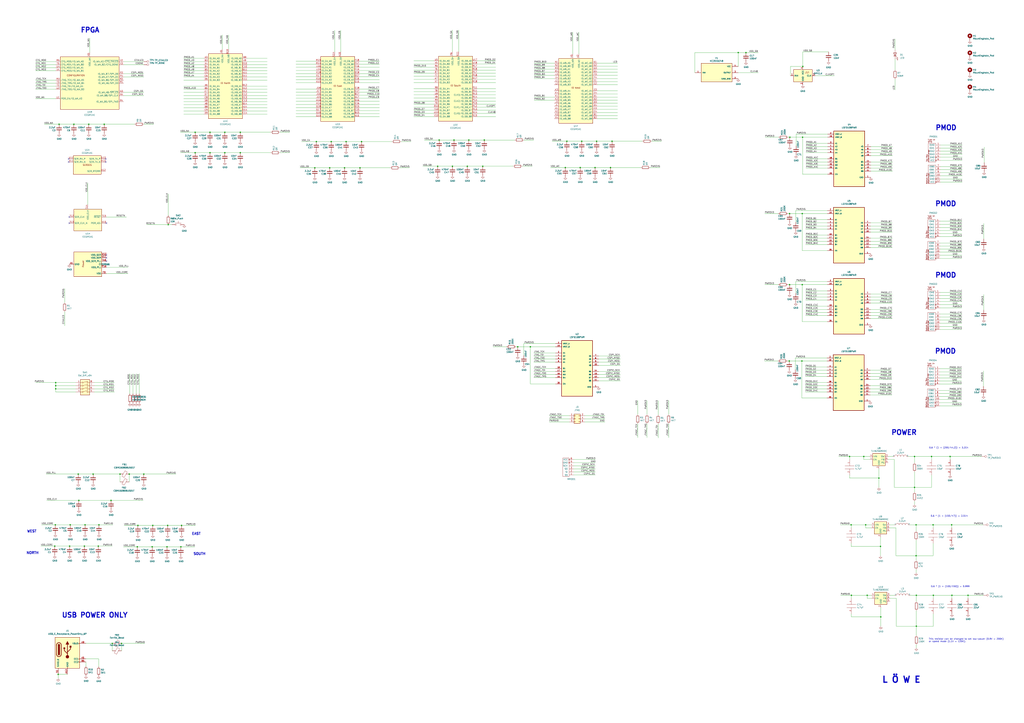
<source format=kicad_sch>
(kicad_sch (version 20211123) (generator eeschema)
  (paper "A1")
  (title_block (title "Löwe FPGA Board") (date "2023-09-06") (rev "V0") (company "Copyright © 2023 Lone Dynamics Corporation"))
  (junction (at 137.668 431.8))
  (junction (at 648.462 233.934))
  (junction (at 781.812 489.204))
  (junction (at 113.284 431.8))
  (junction (at 659.384 54.61))
  (junction (at 712.216 489.204))
  (junction (at 296.926 116.332))
  (junction (at 44.958 448.818))
  (junction (at 184.658 108.712))
  (junction (at 659.13 112.776))
  (junction (at 64.262 389.636))
  (junction (at 138.176 184.658))
  (junction (at 137.16 449.326))
  (junction (at 76.454 389.636))
  (junction (at 751.078 400.558))
  (junction (at 80.772 448.818))
  (junction (at 752.348 431.292))
  (junction (at 721.868 392.938))
  (junction (at 45.72 316.992))
  (junction (at 648.716 112.776))
  (junction (at 699.008 431.292))
  (junction (at 383.794 136.652))
  (junction (at 272.034 116.332))
  (junction (at 160.274 125.476))
  (junction (at 148.59 449.326))
  (junction (at 612.648 43.18))
  (junction (at 697.738 375.158))
  (junction (at 795.02 489.204))
  (junction (at 197.358 108.712))
  (junction (at 489.966 116.078))
  (junction (at 197.358 125.476))
  (junction (at 766.572 489.204))
  (junction (at 397.764 115.062))
  (junction (at 476.504 137.668))
  (junction (at 359.41 136.652))
  (junction (at 710.946 431.292))
  (junction (at 781.558 431.292))
  (junction (at 752.602 514.604))
  (junction (at 465.582 116.078))
  (junction (at 160.274 108.712))
  (junction (at 709.422 375.158))
  (junction (at 371.602 136.652))
  (junction (at 118.11 389.636))
  (junction (at 45.72 314.452))
  (junction (at 658.622 296.672))
  (junction (at 81.28 431.292))
  (junction (at 69.85 431.292))
  (junction (at 658.876 233.934))
  (junction (at 723.392 506.984))
  (junction (at 658.876 175.514))
  (junction (at 752.602 489.204))
  (junction (at 464.312 137.668))
  (junction (at 124.968 449.326))
  (junction (at 184.658 125.476))
  (junction (at 69.342 448.818))
  (junction (at 149.098 431.8))
  (junction (at 92.202 528.828))
  (junction (at 780.288 375.158))
  (junction (at 60.706 102.108))
  (junction (at 396.494 136.652))
  (junction (at 57.15 448.818))
  (junction (at 648.208 296.672))
  (junction (at 72.898 102.108))
  (junction (at 477.774 116.078))
  (junction (at 172.466 125.476))
  (junction (at 360.68 115.062))
  (junction (at 648.462 175.514))
  (junction (at 172.466 108.712))
  (junction (at 723.138 449.072))
  (junction (at 106.172 389.636))
  (junction (at 270.764 137.922))
  (junction (at 99.822 528.828))
  (junction (at 258.572 137.922))
  (junction (at 48.514 102.108))
  (junction (at 606.298 43.18))
  (junction (at 372.872 115.062))
  (junction (at 752.348 456.692))
  (junction (at 751.078 375.158))
  (junction (at 425.196 284.988))
  (junction (at 699.262 489.204))
  (junction (at 91.186 411.226))
  (junction (at 64.77 411.226))
  (junction (at 259.842 116.332))
  (junction (at 45.72 319.532))
  (junction (at 435.61 284.988))
  (junction (at 45.466 431.292))
  (junction (at 284.226 116.332))
  (junction (at 125.476 431.8))
  (junction (at 98.552 389.636))
  (junction (at 501.396 137.668))
  (junction (at 385.064 115.062))
  (junction (at 282.956 137.922))
  (junction (at 85.598 102.108))
  (junction (at 57.658 431.292))
  (junction (at 502.666 116.078))
  (junction (at 112.776 449.326))
  (junction (at 488.696 137.668))
  (junction (at 47.752 554.228))
  (junction (at 766.318 431.292))
  (junction (at 765.048 375.158))
  (junction (at 295.656 137.922))
  (no_connect (at 56.896 183.388))
  (no_connect (at 86.868 133.096))
  (no_connect (at 87.376 209.55))
  (no_connect (at 56.896 178.308))
  (no_connect (at 87.376 211.836))
  (no_connect (at 87.376 183.388))
  (no_connect (at 86.868 130.556))
  (no_connect (at 56.388 130.556))
  (no_connect (at 87.376 214.63))
  (no_connect (at 56.388 133.096))
  (wire (pts (xy 114.3 307.086) (xy 114.3 323.596)))
  (wire (pts (xy 137.668 431.8) (xy 149.098 431.8)))
  (wire (pts (xy 646.684 296.672) (xy 648.208 296.672)))
  (wire (pts (xy 356.362 60.198) (xy 339.852 60.198)))
  (wire (pts (xy 732.79 261.874) (xy 715.01 261.874)))
  (wire (pts (xy 679.196 301.752) (xy 661.416 301.752)))
  (wire (pts (xy 540.512 329.438) (xy 540.512 340.868)))
  (wire (pts (xy 247.65 116.332) (xy 259.842 116.332)))
  (wire (pts (xy 219.456 63.246) (xy 202.946 63.246)))
  (wire (pts (xy 679.45 180.594) (xy 661.67 180.594)))
  (wire (pts (xy 137.16 449.326) (xy 148.59 449.326)))
  (wire (pts (xy 453.39 116.078) (xy 465.582 116.078)))
  (wire (pts (xy 653.542 172.974) (xy 653.542 182.626)))
  (wire (pts (xy 789.94 245.364) (xy 772.16 245.364)))
  (wire (pts (xy 709.422 377.698) (xy 709.422 375.158)))
  (wire (pts (xy 679.45 241.554) (xy 661.67 241.554)))
  (wire (pts (xy 391.922 90.678) (xy 407.162 90.678)))
  (wire (pts (xy 795.02 489.204) (xy 807.72 489.204)))
  (wire (pts (xy 219.456 81.026) (xy 202.946 81.026)))
  (wire (pts (xy 736.092 491.744) (xy 736.092 514.604)))
  (wire (pts (xy 272.034 116.332) (xy 284.226 116.332)))
  (wire (pts (xy 85.598 102.108) (xy 110.49 102.108)))
  (wire (pts (xy 679.45 246.634) (xy 661.67 246.634)))
  (wire (pts (xy 455.168 79.756) (xy 438.658 79.756)))
  (wire (pts (xy 311.658 55.372) (xy 295.148 55.372)))
  (wire (pts (xy 732.536 324.612) (xy 714.756 324.612)))
  (wire (pts (xy 658.876 233.934) (xy 679.45 233.934)))
  (wire (pts (xy 732.536 304.292) (xy 714.756 304.292)))
  (wire (pts (xy 807.72 317.5) (xy 807.72 304.8)))
  (wire (pts (xy 92.202 528.828) (xy 92.202 534.924)))
  (wire (pts (xy 219.456 50.546) (xy 202.946 50.546)))
  (wire (pts (xy 246.38 137.922) (xy 258.572 137.922)))
  (wire (pts (xy 523.748 348.234) (xy 523.748 359.664)))
  (wire (pts (xy 167.386 73.406) (xy 150.876 73.406)))
  (wire (pts (xy 752.602 501.904) (xy 752.602 514.604)))
  (wire (pts (xy 789.94 194.564) (xy 772.16 194.564)))
  (wire (pts (xy 488.95 382.778) (xy 471.17 382.778)))
  (wire (pts (xy 456.184 290.068) (xy 438.404 290.068)))
  (wire (pts (xy 311.658 83.312) (xy 295.148 83.312)))
  (wire (pts (xy 790.194 129.286) (xy 772.414 129.286)))
  (wire (pts (xy 259.588 55.372) (xy 243.078 55.372)))
  (wire (pts (xy 679.196 294.132) (xy 653.288 294.132)))
  (wire (pts (xy 45.72 68.326) (xy 29.21 68.326)))
  (wire (pts (xy 658.622 296.672) (xy 679.196 296.672)))
  (wire (pts (xy 118.11 50.546) (xy 101.6 50.546)))
  (wire (pts (xy 488.95 380.238) (xy 471.17 380.238)))
  (wire (pts (xy 167.386 58.166) (xy 150.876 58.166)))
  (wire (pts (xy 259.588 57.912) (xy 243.078 57.912)))
  (wire (pts (xy 679.704 133.096) (xy 661.924 133.096)))
  (wire (pts (xy 391.922 52.578) (xy 407.162 52.578)))
  (wire (pts (xy 118.11 63.246) (xy 101.6 63.246)))
  (wire (pts (xy 751.078 400.558) (xy 734.568 400.558)))
  (wire (pts (xy 709.422 375.158) (xy 714.248 375.158)))
  (wire (pts (xy 106.172 395.986) (xy 106.172 389.636)))
  (wire (pts (xy 679.196 322.072) (xy 661.416 322.072)))
  (wire (pts (xy 765.048 375.158) (xy 780.288 375.158)))
  (wire (pts (xy 125.476 431.8) (xy 137.668 431.8)))
  (wire (pts (xy 723.392 506.984) (xy 723.392 514.604)))
  (wire (pts (xy 118.11 78.486) (xy 101.6 78.486)))
  (wire (pts (xy 167.386 53.086) (xy 150.876 53.086)))
  (wire (pts (xy 679.45 254.254) (xy 661.67 254.254)))
  (wire (pts (xy 781.812 489.204) (xy 795.02 489.204)))
  (wire (pts (xy 356.362 80.518) (xy 339.852 80.518)))
  (wire (pts (xy 509.524 292.608) (xy 491.744 292.608)))
  (wire (pts (xy 391.922 83.058) (xy 407.162 83.058)))
  (wire (pts (xy 507.238 61.976) (xy 490.728 61.976)))
  (wire (pts (xy 64.77 411.226) (xy 91.186 411.226)))
  (wire (pts (xy 488.95 385.318) (xy 471.17 385.318)))
  (wire (pts (xy 570.738 59.69) (xy 570.738 43.18)))
  (wire (pts (xy 790.194 126.746) (xy 772.414 126.746)))
  (wire (pts (xy 229.87 125.476) (xy 237.998 125.476)))
  (wire (pts (xy 475.488 44.196) (xy 475.488 26.416)))
  (wire (pts (xy 789.686 310.642) (xy 771.906 310.642)))
  (wire (pts (xy 455.168 54.356) (xy 438.658 54.356)))
  (wire (pts (xy 679.45 239.014) (xy 661.67 239.014)))
  (wire (pts (xy 76.454 389.636) (xy 98.552 389.636)))
  (wire (pts (xy 172.466 108.712) (xy 184.658 108.712)))
  (wire (pts (xy 752.348 456.692) (xy 766.318 456.692)))
  (wire (pts (xy 311.658 78.232) (xy 295.148 78.232)))
  (wire (pts (xy 391.922 65.278) (xy 407.162 65.278)))
  (wire (pts (xy 781.558 431.292) (xy 807.466 431.292)))
  (wire (pts (xy 730.758 433.832) (xy 735.838 433.832)))
  (wire (pts (xy 807.974 196.342) (xy 807.974 183.642)))
  (wire (pts (xy 259.588 52.832) (xy 243.078 52.832)))
  (wire (pts (xy 723.392 506.984) (xy 699.262 506.984)))
  (wire (pts (xy 712.216 491.744) (xy 712.216 489.204)))
  (wire (pts (xy 47.752 554.228) (xy 55.372 554.228)))
  (wire (pts (xy 62.23 322.072) (xy 45.72 322.072)))
  (wire (pts (xy 476.504 137.668) (xy 488.696 137.668)))
  (wire (pts (xy 733.044 120.396) (xy 715.264 120.396)))
  (wire (pts (xy 118.11 389.636) (xy 144.526 389.636)))
  (wire (pts (xy 87.376 224.79) (xy 105.156 224.79)))
  (wire (pts (xy 62.23 314.452) (xy 45.72 314.452)))
  (wire (pts (xy 507.238 84.836) (xy 490.728 84.836)))
  (wire (pts (xy 98.552 389.636) (xy 98.552 395.986)))
  (wire (pts (xy 789.94 209.804) (xy 772.16 209.804)))
  (wire (pts (xy 501.396 137.668) (xy 488.696 137.668)))
  (wire (pts (xy 789.686 315.722) (xy 771.906 315.722)))
  (wire (pts (xy 649.224 62.23) (xy 649.224 54.61)))
  (wire (pts (xy 679.196 309.372) (xy 661.416 309.372)))
  (wire (pts (xy 766.572 491.744) (xy 766.572 489.204)))
  (wire (pts (xy 751.078 400.558) (xy 765.048 400.558)))
  (wire (pts (xy 435.61 284.988) (xy 456.184 284.988)))
  (wire (pts (xy 679.196 306.832) (xy 661.416 306.832)))
  (wire (pts (xy 81.026 541.528) (xy 81.026 547.878)))
  (wire (pts (xy 732.79 198.374) (xy 715.01 198.374)))
  (wire (pts (xy 679.704 110.236) (xy 653.796 110.236)))
  (wire (pts (xy 790.194 119.126) (xy 772.414 119.126)))
  (wire (pts (xy 456.184 295.148) (xy 438.404 295.148)))
  (wire (pts (xy 679.196 304.292) (xy 661.416 304.292)))
  (wire (pts (xy 167.386 93.726) (xy 150.876 93.726)))
  (wire (pts (xy 45.72 65.786) (xy 29.21 65.786)))
  (wire (pts (xy 628.396 112.776) (xy 639.572 112.776)))
  (wire (pts (xy 648.462 175.514) (xy 658.876 175.514)))
  (wire (pts (xy 259.588 65.532) (xy 243.078 65.532)))
  (wire (pts (xy 219.456 53.086) (xy 202.946 53.086)))
  (wire (pts (xy 732.536 306.832) (xy 714.756 306.832)))
  (wire (pts (xy 311.658 73.152) (xy 295.148 73.152)))
  (wire (pts (xy 628.142 175.514) (xy 639.318 175.514)))
  (wire (pts (xy 488.95 387.858) (xy 471.17 387.858)))
  (wire (pts (xy 53.086 237.236) (xy 53.086 248.666)))
  (wire (pts (xy 732.79 185.674) (xy 715.01 185.674)))
  (wire (pts (xy 752.348 431.292) (xy 766.318 431.292)))
  (wire (pts (xy 391.922 62.738) (xy 407.162 62.738)))
  (wire (pts (xy 219.456 55.626) (xy 202.946 55.626)))
  (wire (pts (xy 259.588 60.452) (xy 243.078 60.452)))
  (wire (pts (xy 699.262 491.744) (xy 699.262 489.204)))
  (wire (pts (xy 646.938 175.514) (xy 648.462 175.514)))
  (wire (pts (xy 789.94 250.444) (xy 772.16 250.444)))
  (wire (pts (xy 371.602 42.418) (xy 371.602 24.638)))
  (wire (pts (xy 679.704 120.396) (xy 661.924 120.396)))
  (wire (pts (xy 455.168 56.896) (xy 438.658 56.896)))
  (wire (pts (xy 679.45 205.994) (xy 658.876 205.994)))
  (wire (pts (xy 732.79 188.214) (xy 715.01 188.214)))
  (wire (pts (xy 259.588 73.152) (xy 243.078 73.152)))
  (wire (pts (xy 730.758 431.292) (xy 734.568 431.292)))
  (wire (pts (xy 101.854 431.8) (xy 113.284 431.8)))
  (wire (pts (xy 80.772 448.818) (xy 92.202 448.818)))
  (wire (pts (xy 789.94 265.684) (xy 772.16 265.684)))
  (wire (pts (xy 73.66 42.926) (xy 73.66 31.242)))
  (wire (pts (xy 721.868 385.318) (xy 721.868 392.938)))
  (wire (pts (xy 789.94 258.064) (xy 772.16 258.064)))
  (wire (pts (xy 93.98 322.072) (xy 77.47 322.072)))
  (wire (pts (xy 167.386 60.706) (xy 150.876 60.706)))
  (wire (pts (xy 679.196 314.452) (xy 661.416 314.452)))
  (wire (pts (xy 44.958 448.818) (xy 57.15 448.818)))
  (wire (pts (xy 789.686 320.802) (xy 771.906 320.802)))
  (wire (pts (xy 356.362 72.898) (xy 339.852 72.898)))
  (wire (pts (xy 53.086 256.286) (xy 53.086 267.716)))
  (wire (pts (xy 732.79 259.334) (xy 715.01 259.334)))
  (wire (pts (xy 699.262 489.204) (xy 712.216 489.204)))
  (wire (pts (xy 752.348 460.502) (xy 752.348 456.692)))
  (wire (pts (xy 789.686 333.502) (xy 771.906 333.502)))
  (wire (pts (xy 653.542 231.394) (xy 653.542 241.046)))
  (wire (pts (xy 430.276 282.448) (xy 430.276 292.1)))
  (wire (pts (xy 733.044 122.936) (xy 715.264 122.936)))
  (wire (pts (xy 359.41 136.652) (xy 371.602 136.652)))
  (wire (pts (xy 259.588 93.472) (xy 243.078 93.472)))
  (wire (pts (xy 507.238 97.536) (xy 490.728 97.536)))
  (wire (pts (xy 391.922 72.898) (xy 407.162 72.898)))
  (wire (pts (xy 679.45 256.794) (xy 661.67 256.794)))
  (wire (pts (xy 259.588 78.232) (xy 243.078 78.232)))
  (wire (pts (xy 360.68 115.062) (xy 372.872 115.062)))
  (wire (pts (xy 404.876 284.988) (xy 416.052 284.988)))
  (wire (pts (xy 507.238 87.376) (xy 490.728 87.376)))
  (wire (pts (xy 311.658 85.852) (xy 295.148 85.852)))
  (wire (pts (xy 509.524 305.308) (xy 491.744 305.308)))
  (wire (pts (xy 679.45 200.914) (xy 661.67 200.914)))
  (wire (pts (xy 259.588 88.392) (xy 243.078 88.392)))
  (wire (pts (xy 679.45 172.974) (xy 653.542 172.974)))
  (wire (pts (xy 219.456 70.866) (xy 202.946 70.866)))
  (wire (pts (xy 356.362 62.738) (xy 339.852 62.738)))
  (wire (pts (xy 45.72 58.166) (xy 29.21 58.166)))
  (wire (pts (xy 789.94 240.284) (xy 772.16 240.284)))
  (wire (pts (xy 766.318 456.692) (xy 766.318 446.532)))
  (wire (pts (xy 456.184 302.768) (xy 438.404 302.768)))
  (wire (pts (xy 710.946 431.292) (xy 715.518 431.292)))
  (wire (pts (xy 679.704 143.256) (xy 659.13 143.256)))
  (wire (pts (xy 259.588 68.072) (xy 243.078 68.072)))
  (wire (pts (xy 697.738 377.698) (xy 697.738 375.158)))
  (wire (pts (xy 356.362 65.278) (xy 339.852 65.278)))
  (wire (pts (xy 311.658 96.012) (xy 295.148 96.012)))
  (wire (pts (xy 172.466 125.476) (xy 184.658 125.476)))
  (wire (pts (xy 391.922 85.598) (xy 407.162 85.598)))
  (wire (pts (xy 101.346 449.326) (xy 112.776 449.326)))
  (wire (pts (xy 187.706 40.386) (xy 187.706 28.702)))
  (wire (pts (xy 509.524 297.688) (xy 491.744 297.688)))
  (wire (pts (xy 93.98 319.532) (xy 77.47 319.532)))
  (wire (pts (xy 697.738 390.398) (xy 697.738 392.938)))
  (wire (pts (xy 182.626 40.386) (xy 182.626 28.702)))
  (wire (pts (xy 45.72 70.866) (xy 29.21 70.866)))
  (wire (pts (xy 606.298 54.61) (xy 606.298 43.18)))
  (wire (pts (xy 732.79 195.834) (xy 715.01 195.834)))
  (wire (pts (xy 258.572 137.922) (xy 270.764 137.922)))
  (wire (pts (xy 197.358 108.712) (xy 184.658 108.712)))
  (wire (pts (xy 790.194 149.606) (xy 772.414 149.606)))
  (wire (pts (xy 679.704 135.636) (xy 661.924 135.636)))
  (wire (pts (xy 697.738 375.158) (xy 709.422 375.158)))
  (wire (pts (xy 765.048 377.698) (xy 765.048 375.158)))
  (wire (pts (xy 36.322 102.108) (xy 48.514 102.108)))
  (wire (pts (xy 649.224 54.61) (xy 659.384 54.61)))
  (wire (pts (xy 679.196 319.532) (xy 661.416 319.532)))
  (wire (pts (xy 735.076 57.404) (xy 735.076 48.514)))
  (wire (pts (xy 789.94 263.144) (xy 772.16 263.144)))
  (wire (pts (xy 766.572 514.604) (xy 766.572 504.444)))
  (wire (pts (xy 679.45 244.094) (xy 661.67 244.094)))
  (wire (pts (xy 789.686 330.962) (xy 771.906 330.962)))
  (wire (pts (xy 219.456 65.786) (xy 202.946 65.786)))
  (wire (pts (xy 259.588 90.932) (xy 243.078 90.932)))
  (wire (pts (xy 69.342 448.818) (xy 80.772 448.818)))
  (wire (pts (xy 70.612 541.528) (xy 81.026 541.528)))
  (wire (pts (xy 279.908 42.672) (xy 279.908 24.892)))
  (wire (pts (xy 679.45 198.374) (xy 661.67 198.374)))
  (wire (pts (xy 735.076 73.914) (xy 735.076 65.024)))
  (wire (pts (xy 92.202 528.828) (xy 70.612 528.828)))
  (wire (pts (xy 311.658 57.912) (xy 295.148 57.912)))
  (wire (pts (xy 455.168 59.436) (xy 438.658 59.436)))
  (wire (pts (xy 679.45 259.334) (xy 661.67 259.334)))
  (wire (pts (xy 736.092 514.604) (xy 752.602 514.604)))
  (wire (pts (xy 452.12 137.668) (xy 464.312 137.668)))
  (wire (pts (xy 648.716 112.776) (xy 659.13 112.776)))
  (wire (pts (xy 60.706 102.108) (xy 72.898 102.108)))
  (wire (pts (xy 699.008 431.292) (xy 710.946 431.292)))
  (wire (pts (xy 789.94 189.484) (xy 772.16 189.484)))
  (wire (pts (xy 167.386 78.486) (xy 150.876 78.486)))
  (wire (pts (xy 766.572 489.204) (xy 781.812 489.204)))
  (wire (pts (xy 376.682 42.418) (xy 376.682 24.638)))
  (wire (pts (xy 699.262 504.444) (xy 699.262 506.984)))
  (wire (pts (xy 219.456 91.186) (xy 202.946 91.186)))
  (wire (pts (xy 167.386 83.566) (xy 150.876 83.566)))
  (wire (pts (xy 790.194 147.066) (xy 772.414 147.066)))
  (wire (pts (xy 653.796 110.236) (xy 653.796 119.888)))
  (wire (pts (xy 219.456 93.726) (xy 202.946 93.726)))
  (wire (pts (xy 752.602 514.604) (xy 766.572 514.604)))
  (wire (pts (xy 219.456 75.946) (xy 202.946 75.946)))
  (wire (pts (xy 45.72 314.452) (xy 29.21 314.452)))
  (wire (pts (xy 81.28 431.292) (xy 92.71 431.292)))
  (wire (pts (xy 496.824 341.63) (xy 480.314 341.63)))
  (wire (pts (xy 679.196 327.152) (xy 658.622 327.152)))
  (wire (pts (xy 790.194 144.526) (xy 772.414 144.526)))
  (wire (pts (xy 219.456 88.646) (xy 202.946 88.646)))
  (wire (pts (xy 627.888 296.672) (xy 639.064 296.672)))
  (wire (pts (xy 435.61 315.468) (xy 435.61 284.988)))
  (wire (pts (xy 328.168 137.922) (xy 336.296 137.922)))
  (wire (pts (xy 259.588 80.772) (xy 243.078 80.772)))
  (wire (pts (xy 455.168 82.296) (xy 438.658 82.296)))
  (wire (pts (xy 106.172 389.636) (xy 118.11 389.636)))
  (wire (pts (xy 751.078 404.368) (xy 751.078 400.558)))
  (wire (pts (xy 167.386 70.866) (xy 150.876 70.866)))
  (wire (pts (xy 103.886 178.308) (xy 87.376 178.308)))
  (wire (pts (xy 311.658 75.692) (xy 295.148 75.692)))
  (wire (pts (xy 688.848 375.158) (xy 697.738 375.158)))
  (wire (pts (xy 732.536 311.912) (xy 714.756 311.912)))
  (wire (pts (xy 533.908 137.668) (xy 542.036 137.668)))
  (wire (pts (xy 765.048 400.558) (xy 765.048 390.398)))
  (wire (pts (xy 808.228 133.604) (xy 808.228 120.904)))
  (wire (pts (xy 391.922 80.518) (xy 407.162 80.518)))
  (wire (pts (xy 219.456 48.006) (xy 202.946 48.006)))
  (wire (pts (xy 507.238 59.436) (xy 490.728 59.436)))
  (wire (pts (xy 467.614 346.71) (xy 451.104 346.71)))
  (wire (pts (xy 311.658 65.532) (xy 295.148 65.532)))
  (wire (pts (xy 356.362 85.598) (xy 339.852 85.598)))
  (wire (pts (xy 648.208 296.672) (xy 658.622 296.672)))
  (wire (pts (xy 732.79 244.094) (xy 715.01 244.094)))
  (wire (pts (xy 167.386 50.546) (xy 150.876 50.546)))
  (wire (pts (xy 356.362 77.978) (xy 339.852 77.978)))
  (wire (pts (xy 219.456 83.566) (xy 202.946 83.566)))
  (wire (pts (xy 658.876 175.514) (xy 679.45 175.514)))
  (wire (pts (xy 679.45 188.214) (xy 661.67 188.214)))
  (wire (pts (xy 679.196 316.992) (xy 661.416 316.992)))
  (wire (pts (xy 690.118 431.292) (xy 699.008 431.292)))
  (wire (pts (xy 391.922 95.758) (xy 407.162 95.758)))
  (wire (pts (xy 197.358 125.476) (xy 222.25 125.476)))
  (wire (pts (xy 732.79 190.754) (xy 715.01 190.754)))
  (wire (pts (xy 111.76 307.086) (xy 111.76 323.596)))
  (wire (pts (xy 99.822 528.828) (xy 99.822 534.924)))
  (wire (pts (xy 549.148 329.184) (xy 549.148 340.614)))
  (wire (pts (xy 732.79 200.914) (xy 715.01 200.914)))
  (wire (pts (xy 710.946 433.832) (xy 710.946 431.292)))
  (wire (pts (xy 138.176 184.658) (xy 141.224 184.658)))
  (wire (pts (xy 732.536 309.372) (xy 714.756 309.372)))
  (wire (pts (xy 790.194 124.206) (xy 772.414 124.206)))
  (wire (pts (xy 752.602 532.384) (xy 752.602 529.844)))
  (wire (pts (xy 372.872 115.062) (xy 385.064 115.062)))
  (wire (pts (xy 45.72 319.532) (xy 45.72 322.072)))
  (wire (pts (xy 329.438 116.332) (xy 337.566 116.332)))
  (wire (pts (xy 790.194 136.906) (xy 772.414 136.906)))
  (wire (pts (xy 729.488 375.158) (xy 733.298 375.158)))
  (wire (pts (xy 679.45 251.714) (xy 661.67 251.714)))
  (wire (pts (xy 699.008 446.532) (xy 699.008 449.072)))
  (wire (pts (xy 311.658 62.992) (xy 295.148 62.992)))
  (wire (pts (xy 397.764 115.062) (xy 385.064 115.062)))
  (wire (pts (xy 391.922 67.818) (xy 407.162 67.818)))
  (wire (pts (xy 456.184 310.388) (xy 438.404 310.388)))
  (wire (pts (xy 455.168 61.976) (xy 438.658 61.976)))
  (wire (pts (xy 509.524 310.388) (xy 491.744 310.388)))
  (wire (pts (xy 723.138 441.452) (xy 723.138 449.072)))
  (wire (pts (xy 391.922 88.138) (xy 407.162 88.138)))
  (wire (pts (xy 47.752 557.53) (xy 47.752 554.228)))
  (wire (pts (xy 259.588 85.852) (xy 243.078 85.852)))
  (wire (pts (xy 496.824 346.71) (xy 480.314 346.71)))
  (wire (pts (xy 751.078 375.158) (xy 765.048 375.158)))
  (wire (pts (xy 467.614 344.17) (xy 451.104 344.17)))
  (wire (pts (xy 679.704 125.476) (xy 661.924 125.476)))
  (wire (pts (xy 160.274 108.712) (xy 172.466 108.712)))
  (wire (pts (xy 149.098 431.8) (xy 160.528 431.8)))
  (wire (pts (xy 45.72 316.992) (xy 45.72 319.532)))
  (wire (pts (xy 356.362 50.038) (xy 339.852 50.038)))
  (wire (pts (xy 659.384 42.672) (xy 659.384 54.61)))
  (wire (pts (xy 509.524 295.148) (xy 491.744 295.148)))
  (wire (pts (xy 679.45 195.834) (xy 661.67 195.834)))
  (wire (pts (xy 712.216 489.204) (xy 715.772 489.204)))
  (wire (pts (xy 57.658 431.292) (xy 69.85 431.292)))
  (wire (pts (xy 733.044 140.716) (xy 715.264 140.716)))
  (wire (pts (xy 113.284 431.8) (xy 125.476 431.8)))
  (wire (pts (xy 606.298 43.18) (xy 612.648 43.18)))
  (wire (pts (xy 38.354 411.226) (xy 64.77 411.226)))
  (wire (pts (xy 391.922 75.438) (xy 407.162 75.438)))
  (wire (pts (xy 732.79 254.254) (xy 715.01 254.254)))
  (wire (pts (xy 789.94 252.984) (xy 772.16 252.984)))
  (wire (pts (xy 714.248 377.698) (xy 709.422 377.698)))
  (wire (pts (xy 789.94 204.724) (xy 772.16 204.724)))
  (wire (pts (xy 456.184 307.848) (xy 438.404 307.848)))
  (wire (pts (xy 732.536 316.992) (xy 714.756 316.992)))
  (wire (pts (xy 507.238 82.296) (xy 490.728 82.296)))
  (wire (pts (xy 789.686 313.182) (xy 771.906 313.182)))
  (wire (pts (xy 311.658 50.292) (xy 295.148 50.292)))
  (wire (pts (xy 679.45 264.414) (xy 658.876 264.414)))
  (wire (pts (xy 423.672 284.988) (xy 425.196 284.988)))
  (wire (pts (xy 723.138 449.072) (xy 699.008 449.072)))
  (wire (pts (xy 789.686 328.422) (xy 771.906 328.422)))
  (wire (pts (xy 45.72 55.626) (xy 29.21 55.626)))
  (wire (pts (xy 789.94 181.864) (xy 772.16 181.864)))
  (wire (pts (xy 780.288 375.158) (xy 780.288 377.698)))
  (wire (pts (xy 356.362 55.118) (xy 339.852 55.118)))
  (wire (pts (xy 509.524 307.848) (xy 491.744 307.848)))
  (wire (pts (xy 118.11 60.706) (xy 101.6 60.706)))
  (wire (pts (xy 789.94 268.224) (xy 772.16 268.224)))
  (wire (pts (xy 752.602 514.604) (xy 752.602 522.224)))
  (wire (pts (xy 715.518 433.832) (xy 710.946 433.832)))
  (wire (pts (xy 659.13 112.776) (xy 679.704 112.776)))
  (wire (pts (xy 391.922 60.198) (xy 407.162 60.198)))
  (wire (pts (xy 658.876 264.414) (xy 658.876 233.934)))
  (wire (pts (xy 72.136 168.148) (xy 72.136 150.368)))
  (wire (pts (xy 167.386 63.246) (xy 150.876 63.246)))
  (wire (pts (xy 531.368 348.234) (xy 531.368 359.664)))
  (wire (pts (xy 781.558 431.292) (xy 781.558 433.832)))
  (wire (pts (xy 259.588 83.312) (xy 243.078 83.312)))
  (wire (pts (xy 296.926 116.332) (xy 284.226 116.332)))
  (wire (pts (xy 731.012 489.204) (xy 734.822 489.204)))
  (wire (pts (xy 488.95 390.398) (xy 471.17 390.398)))
  (wire (pts (xy 658.876 205.994) (xy 658.876 175.514)))
  (wire (pts (xy 45.72 314.452) (xy 45.72 316.992)))
  (wire (pts (xy 679.704 122.936) (xy 661.924 122.936)))
  (wire (pts (xy 752.348 436.372) (xy 752.348 431.292)))
  (wire (pts (xy 752.348 456.692) (xy 735.838 456.692)))
  (wire (pts (xy 795.02 489.204) (xy 795.02 491.744)))
  (wire (pts (xy 501.396 137.668) (xy 526.288 137.668)))
  (wire (pts (xy 311.658 93.472) (xy 295.148 93.472)))
  (wire (pts (xy 789.94 242.824) (xy 772.16 242.824)))
  (wire (pts (xy 45.72 73.406) (xy 29.21 73.406)))
  (wire (pts (xy 311.658 88.392) (xy 295.148 88.392)))
  (wire (pts (xy 33.528 448.818) (xy 44.958 448.818)))
  (wire (pts (xy 790.194 139.446) (xy 772.414 139.446)))
  (wire (pts (xy 679.45 193.294) (xy 661.67 193.294)))
  (wire (pts (xy 464.312 137.668) (xy 476.504 137.668)))
  (wire (pts (xy 789.94 270.764) (xy 772.16 270.764)))
  (wire (pts (xy 167.386 91.186) (xy 150.876 91.186)))
  (wire (pts (xy 167.386 86.106) (xy 150.876 86.106)))
  (wire (pts (xy 391.922 55.118) (xy 407.162 55.118)))
  (wire (pts (xy 120.396 184.658) (xy 138.176 184.658)))
  (wire (pts (xy 167.386 65.786) (xy 150.876 65.786)))
  (wire (pts (xy 752.602 494.284) (xy 752.602 489.204)))
  (wire (pts (xy 751.078 380.238) (xy 751.078 375.158)))
  (wire (pts (xy 679.45 183.134) (xy 661.67 183.134)))
  (wire (pts (xy 356.362 95.758) (xy 339.852 95.758)))
  (wire (pts (xy 259.588 96.012) (xy 243.078 96.012)))
  (wire (pts (xy 789.94 199.644) (xy 772.16 199.644)))
  (wire (pts (xy 356.362 83.058) (xy 339.852 83.058)))
  (wire (pts (xy 780.288 375.158) (xy 806.196 375.158)))
  (wire (pts (xy 732.536 322.072) (xy 714.756 322.072)))
  (wire (pts (xy 789.686 323.342) (xy 771.906 323.342)))
  (wire (pts (xy 733.044 138.176) (xy 715.264 138.176)))
  (wire (pts (xy 45.72 50.546) (xy 29.21 50.546)))
  (wire (pts (xy 789.94 207.264) (xy 772.16 207.264)))
  (wire (pts (xy 549.148 348.234) (xy 549.148 359.664)))
  (wire (pts (xy 356.362 88.138) (xy 339.852 88.138)))
  (wire (pts (xy 751.078 387.858) (xy 751.078 400.558)))
  (wire (pts (xy 91.186 411.226) (xy 117.602 411.226)))
  (wire (pts (xy 721.868 392.938) (xy 697.738 392.938)))
  (wire (pts (xy 124.968 449.326) (xy 137.16 449.326)))
  (wire (pts (xy 93.98 314.452) (xy 77.47 314.452)))
  (wire (pts (xy 259.842 116.332) (xy 272.034 116.332)))
  (wire (pts (xy 311.658 80.772) (xy 295.148 80.772)))
  (wire (pts (xy 658.622 327.152) (xy 658.622 296.672)))
  (wire (pts (xy 347.218 136.652) (xy 359.41 136.652)))
  (wire (pts (xy 311.658 60.452) (xy 295.148 60.452)))
  (wire (pts (xy 789.686 308.102) (xy 771.906 308.102)))
  (wire (pts (xy 456.184 305.308) (xy 438.404 305.308)))
  (wire (pts (xy 118.11 75.946) (xy 101.6 75.946)))
  (wire (pts (xy 311.658 52.832) (xy 295.148 52.832)))
  (wire (pts (xy 751.078 414.528) (xy 751.078 411.988)))
  (wire (pts (xy 732.79 246.634) (xy 715.01 246.634)))
  (wire (pts (xy 535.178 116.078) (xy 543.306 116.078)))
  (wire (pts (xy 356.362 93.218) (xy 339.852 93.218)))
  (wire (pts (xy 679.45 231.394) (xy 653.542 231.394)))
  (wire (pts (xy 106.68 307.086) (xy 106.68 323.596)))
  (wire (pts (xy 752.348 431.292) (xy 747.268 431.292)))
  (wire (pts (xy 456.184 297.688) (xy 438.404 297.688)))
  (wire (pts (xy 507.238 89.916) (xy 490.728 89.916)))
  (wire (pts (xy 502.666 116.078) (xy 527.558 116.078)))
  (wire (pts (xy 57.15 448.818) (xy 69.342 448.818)))
  (wire (pts (xy 229.87 108.712) (xy 237.998 108.712)))
  (wire (pts (xy 612.648 43.18) (xy 622.808 43.18)))
  (wire (pts (xy 397.764 115.062) (xy 422.656 115.062)))
  (wire (pts (xy 752.348 443.992) (xy 752.348 456.692)))
  (wire (pts (xy 470.408 44.196) (xy 470.408 26.416)))
  (wire (pts (xy 455.168 51.816) (xy 438.658 51.816)))
  (wire (pts (xy 507.238 64.516) (xy 490.728 64.516)))
  (wire (pts (xy 721.868 392.938) (xy 721.868 400.558)))
  (wire (pts (xy 531.368 329.184) (xy 531.368 340.614)))
  (wire (pts (xy 167.386 75.946) (xy 150.876 75.946)))
  (wire (pts (xy 734.568 377.698) (xy 734.568 400.558)))
  (wire (pts (xy 735.838 433.832) (xy 735.838 456.692)))
  (wire (pts (xy 356.362 67.818) (xy 339.852 67.818)))
  (wire (pts (xy 64.262 389.636) (xy 76.454 389.636)))
  (wire (pts (xy 723.138 449.072) (xy 723.138 456.692)))
  (wire (pts (xy 219.456 60.706) (xy 202.946 60.706)))
  (wire (pts (xy 295.656 137.922) (xy 282.956 137.922)))
  (wire (pts (xy 751.078 375.158) (xy 745.998 375.158)))
  (wire (pts (xy 488.95 377.698) (xy 471.17 377.698)))
  (wire (pts (xy 690.372 489.204) (xy 699.262 489.204)))
  (wire (pts (xy 62.23 319.532) (xy 45.72 319.532)))
  (wire (pts (xy 87.376 219.71) (xy 105.156 219.71)))
  (wire (pts (xy 455.168 64.516) (xy 438.658 64.516)))
  (wire (pts (xy 296.926 116.332) (xy 321.818 116.332)))
  (wire (pts (xy 160.274 125.476) (xy 172.466 125.476)))
  (wire (pts (xy 118.11 53.086) (xy 101.6 53.086)))
  (wire (pts (xy 679.704 117.856) (xy 661.924 117.856)))
  (wire (pts (xy 45.466 431.292) (xy 57.658 431.292)))
  (wire (pts (xy 167.386 88.646) (xy 150.876 88.646)))
  (wire (pts (xy 148.082 108.712) (xy 160.274 108.712)))
  (wire (pts (xy 699.008 433.832) (xy 699.008 431.292)))
  (wire (pts (xy 259.588 50.292) (xy 243.078 50.292)))
  (wire (pts (xy 311.658 68.072) (xy 295.148 68.072)))
  (wire (pts (xy 733.044 128.016) (xy 715.264 128.016)))
  (wire (pts (xy 356.362 57.658) (xy 339.852 57.658)))
  (wire (pts (xy 789.686 325.882) (xy 771.906 325.882)))
  (wire (pts (xy 507.238 79.756) (xy 490.728 79.756)))
  (wire (pts (xy 391.922 57.658) (xy 407.162 57.658)))
  (wire (pts (xy 606.298 59.69) (xy 622.808 59.69)))
  (wire (pts (xy 430.276 115.062) (xy 438.404 115.062)))
  (wire (pts (xy 48.514 102.108) (xy 60.706 102.108)))
  (wire (pts (xy 311.658 90.932) (xy 295.148 90.932)))
  (wire (pts (xy 429.006 136.652) (xy 437.134 136.652)))
  (wire (pts (xy 356.362 52.578) (xy 339.852 52.578)))
  (wire (pts (xy 456.184 315.468) (xy 435.61 315.468)))
  (wire (pts (xy 356.362 75.438) (xy 339.852 75.438)))
  (wire (pts (xy 465.582 116.078) (xy 477.774 116.078)))
  (wire (pts (xy 790.194 121.666) (xy 772.414 121.666)))
  (wire (pts (xy 507.238 67.056) (xy 490.728 67.056)))
  (wire (pts (xy 540.512 348.488) (xy 540.512 359.918)))
  (wire (pts (xy 274.828 42.672) (xy 274.828 24.892)))
  (wire (pts (xy 259.588 62.992) (xy 243.078 62.992)))
  (wire (pts (xy 789.94 212.344) (xy 772.16 212.344)))
  (wire (pts (xy 733.044 125.476) (xy 715.264 125.476)))
  (wire (pts (xy 62.23 316.992) (xy 45.72 316.992)))
  (wire (pts (xy 723.392 499.364) (xy 723.392 506.984)))
  (wire (pts (xy 109.22 307.086) (xy 109.22 323.596)))
  (wire (pts (xy 477.774 116.078) (xy 489.966 116.078)))
  (wire (pts (xy 396.494 136.652) (xy 383.794 136.652)))
  (wire (pts (xy 789.94 184.404) (xy 772.16 184.404)))
  (wire (pts (xy 456.184 282.448) (xy 430.276 282.448)))
  (wire (pts (xy 507.238 77.216) (xy 490.728 77.216)))
  (wire (pts (xy 167.386 48.006) (xy 150.876 48.006)))
  (wire (pts (xy 766.318 433.832) (xy 766.318 431.292)))
  (wire (pts (xy 789.686 305.562) (xy 771.906 305.562)))
  (wire (pts (xy 70.612 544.068) (xy 70.612 547.624)))
  (wire (pts (xy 679.45 185.674) (xy 661.67 185.674)))
  (wire (pts (xy 356.362 90.678) (xy 339.852 90.678)))
  (wire (pts (xy 507.238 56.896) (xy 490.728 56.896)))
  (wire (pts (xy 425.196 284.988) (xy 435.61 284.988)))
  (wire (pts (xy 680.466 42.672) (xy 659.384 42.672)))
  (wire (pts (xy 653.288 294.132) (xy 653.288 303.784)))
  (wire (pts (xy 219.456 78.486) (xy 202.946 78.486)))
  (wire (pts (xy 807.974 254.762) (xy 807.974 242.062)))
  (wire (pts (xy 197.358 108.712) (xy 222.25 108.712)))
  (wire (pts (xy 118.11 102.108) (xy 126.238 102.108)))
  (wire (pts (xy 735.076 40.894) (xy 735.076 32.004)))
  (wire (pts (xy 647.192 112.776) (xy 648.716 112.776)))
  (wire (pts (xy 219.456 73.406) (xy 202.946 73.406)))
  (wire (pts (xy 99.822 528.828) (xy 118.872 528.828)))
  (wire (pts (xy 732.79 203.454) (xy 715.01 203.454)))
  (wire (pts (xy 507.238 92.456) (xy 490.728 92.456)))
  (wire (pts (xy 396.494 136.652) (xy 421.386 136.652)))
  (wire (pts (xy 295.656 137.922) (xy 320.548 137.922)))
  (wire (pts (xy 85.598 102.108) (xy 72.898 102.108)))
  (wire (pts (xy 679.704 138.176) (xy 661.924 138.176)))
  (wire (pts (xy 391.922 77.978) (xy 407.162 77.978)))
  (wire (pts (xy 752.602 489.204) (xy 766.572 489.204)))
  (wire (pts (xy 732.79 241.554) (xy 715.01 241.554)))
  (wire (pts (xy 167.386 55.626) (xy 150.876 55.626)))
  (wire (pts (xy 507.238 69.596) (xy 490.728 69.596)))
  (wire (pts (xy 659.13 143.256) (xy 659.13 112.776)))
  (wire (pts (xy 507.238 54.356) (xy 490.728 54.356)))
  (wire (pts (xy 752.602 489.204) (xy 747.522 489.204)))
  (wire (pts (xy 509.524 300.228) (xy 491.744 300.228)))
  (wire (pts (xy 112.776 449.326) (xy 124.968 449.326)))
  (wire (pts (xy 679.704 130.556) (xy 661.924 130.556)))
  (wire (pts (xy 371.602 136.652) (xy 383.794 136.652)))
  (wire (pts (xy 733.044 133.096) (xy 715.264 133.096)))
  (wire (pts (xy 781.812 489.204) (xy 781.812 491.744)))
  (wire (pts (xy 789.94 202.184) (xy 772.16 202.184)))
  (wire (pts (xy 731.012 491.744) (xy 736.092 491.744)))
  (wire (pts (xy 219.456 58.166) (xy 202.946 58.166)))
  (wire (pts (xy 270.764 137.922) (xy 282.956 137.922)))
  (wire (pts (xy 789.94 260.604) (xy 772.16 260.604)))
  (wire (pts (xy 733.044 135.636) (xy 715.264 135.636)))
  (wire (pts (xy 34.036 431.292) (xy 45.466 431.292)))
  (wire (pts (xy 259.588 75.692) (xy 243.078 75.692)))
  (wire (pts (xy 752.348 470.662) (xy 752.348 468.122)))
  (wire (pts (xy 148.082 125.476) (xy 160.274 125.476)))
  (wire (pts (xy 646.938 233.934) (xy 648.462 233.934)))
  (wire (pts (xy 37.846 389.636) (xy 64.262 389.636)))
  (wire (pts (xy 766.318 431.292) (xy 781.558 431.292)))
  (wire (pts (xy 648.462 233.934) (xy 658.876 233.934)))
  (wire (pts (xy 69.85 431.292) (xy 81.28 431.292)))
  (wire (pts (xy 789.94 192.024) (xy 772.16 192.024)))
  (wire (pts (xy 790.194 131.826) (xy 772.414 131.826)))
  (wire (pts (xy 391.922 93.218) (xy 407.162 93.218)))
  (wire (pts (xy 467.614 341.63) (xy 451.104 341.63)))
  (wire (pts (xy 219.456 86.106) (xy 202.946 86.106)))
  (wire (pts (xy 507.238 74.676) (xy 490.728 74.676)))
  (wire (pts (xy 523.748 329.184) (xy 523.748 340.614)))
  (wire (pts (xy 789.686 303.022) (xy 771.906 303.022)))
  (wire (pts (xy 732.536 319.532) (xy 714.756 319.532)))
  (wire (pts (xy 732.79 256.794) (xy 715.01 256.794)))
  (wire (pts (xy 496.824 344.17) (xy 480.314 344.17)))
  (wire (pts (xy 789.94 247.904) (xy 772.16 247.904)))
  (wire (pts (xy 669.544 62.23) (xy 685.292 62.23)))
  (wire (pts (xy 197.358 125.476) (xy 184.658 125.476)))
  (wire (pts (xy 790.194 141.986) (xy 772.414 141.986)))
  (wire (pts (xy 45.72 81.026) (xy 29.21 81.026)))
  (wire (pts (xy 348.488 115.062) (xy 360.68 115.062)))
  (wire (pts (xy 456.184 292.608) (xy 438.404 292.608)))
  (wire (pts (xy 715.772 491.744) (xy 712.216 491.744)))
  (wire (pts (xy 732.79 249.174) (xy 715.01 249.174)))
  (wire (pts (xy 45.72 53.086) (xy 29.21 53.086)))
  (wire (pts (xy 732.79 183.134) (xy 715.01 183.134)))
  (wire (pts (xy 502.666 116.078) (xy 489.966 116.078)))
  (wire (pts (xy 138.176 159.258) (xy 138.176 177.038)))
  (wire (pts (xy 509.524 312.928) (xy 491.744 312.928)))
  (wire (pts (xy 507.238 51.816) (xy 490.728 51.816)))
  (wire (pts (xy 391.922 50.038) (xy 407.162 50.038)))
  (wire (pts (xy 93.98 316.992) (xy 77.47 316.992)))
  (wire (pts (xy 148.59 449.326) (xy 160.02 449.326)))
  (wire (pts (xy 570.738 43.18) (xy 606.298 43.18)))
  (wire (pts (xy 729.488 377.698) (xy 734.568 377.698)))
  (wire (pts (xy 628.142 233.934) (xy 639.318 233.934)))
  (wire (pts (xy 507.238 94.996) (xy 490.728 94.996)))
  (wire (pts (xy 167.386 81.026) (xy 150.876 81.026)))
  (wire (pts (xy 789.94 186.944) (xy 772.16 186.944)))
  (text "EAST" (at 157.48 439.928 0) (effects (font (size 2 2) (thickness 0.4) bold) (justify left bottom)))
  (text "This resistor can be changed to set low-power (0.9V = 200K)\nor speed mode (1.1V = 120K)." (at 762.762 528.066 0) (effects (font (size 1.27 1.27)) (justify left bottom)))
  (text "WEST" (at 22.098 437.896 0) (effects (font (size 2 2) (thickness 0.4) bold) (justify left bottom)))
  (text "PMOD" (at 767.842 228.6 0) (effects (font (size 4 4) (thickness 0.8) bold) (justify left bottom)))
  (text "FPGA" (at 66.04 27.178 0) (effects (font (size 4 4) (thickness 0.8) bold) (justify left bottom)))
  (text "0.6 * (1 + (150/47)) = 2.514" (at 764.286 424.942 0) (effects (font (size 1.27 1.27)) (justify left bottom)))
  (text "PMOD" (at 767.588 291.084 0) (effects (font (size 4 4) (thickness 0.8) bold) (justify left bottom)))
  (text "PMOD" (at 768.096 107.442 0) (effects (font (size 4 4) (thickness 0.8) bold) (justify left bottom)))
  (text "NORTH" (at 21.59 455.676 0) (effects (font (size 2 2) (thickness 0.4) bold) (justify left bottom)))
  (text "L Ö W E" (at 724.154 561.594 0) (effects (font (size 5 5) (thickness 1) bold) (justify left bottom)))
  (text "0.6 * (1 + (100/150)) = 0.999" (at 764.54 482.854 0) (effects (font (size 1.27 1.27)) (justify left bottom)))
  (text "PMOD" (at 767.842 169.926 0) (effects (font (size 4 4) (thickness 0.8) bold) (justify left bottom)))
  (text "POWER" (at 731.774 357.886 0) (effects (font (size 4 4) (thickness 0.8) bold) (justify left bottom)))
  (text "0.6 * (1 + (200/44.2)) = 3.314" (at 763.016 368.808 0) (effects (font (size 1.27 1.27)) (justify left bottom)))
  (text "USB POWER ONLY" (at 50.546 508 0) (effects (font (size 4 4) (thickness 0.8) bold) (justify left bottom)))
  (text "SOUTH" (at 158.75 456.438 0) (effects (font (size 2 2) (thickness 0.4) bold) (justify left bottom)))
  (label "PWR3V3" (at 782.32 212.344 0))
  (label "PWR1V0" (at 152.4 449.326 0))
  (label "PMOD_C9" (at 302.514 80.772 0))
  (label "CSPI_SS" (at 501.142 300.228 0))
  (label "VDD_CORE" (at 101.346 449.326 0))
  (label "PMOD_D10C" (at 778.51 328.422 0))
  (label "CLK48" (at 616.204 59.69 0))
  (label "PMOD_A7" (at 150.876 60.706 0))
  (label "PMOD_A1C" (at 661.924 130.556 0))
  (label "PMOD_A7C" (at 722.884 133.096 0))
  (label "PMOD_A9" (at 723.646 125.476 0))
  (label "LED" (at 503.428 51.816 0))
  (label "VDD_EA" (at 247.65 116.332 0))
  (label "PMOD_A9C" (at 780.288 141.986 0))
  (label "PWR2V5" (at 799.846 431.292 0))
  (label "VDD_EB" (at 246.38 137.922 0))
  (label "PMOD_C7C" (at 722.63 254.254 0))
  (label "PMOD_B2" (at 438.658 82.296 0))
  (label "PWR2V5" (at 230.378 108.712 0))
  (label "PWR1V0" (at 152.908 431.8 0))
  (label "VDD_WA" (at 73.66 38.862 90))
  (label "PMOD_C9C" (at 722.63 259.334 0))
  (label "CLKOPT" (at 677.926 62.23 0))
  (label "PMOD_B1" (at 661.67 180.594 0))
  (label "GND" (at 782.574 129.286 0))
  (label "CFG_MD3" (at 29.21 58.166 0))
  (label "PMOD_D1C" (at 661.416 314.452 0))
  (label "JTAGC_TDI" (at 438.404 305.308 0))
  (label "PMOD_A1C" (at 780.288 119.126 0))
  (label "PMOD_C4" (at 661.67 246.634 0))
  (label "VDD_SB" (at 376.682 32.258 90))
  (label "PWR1V0" (at 84.582 448.818 0))
  (label "GND" (at 523.748 332.994 90))
  (label "CSPIC_MOSI" (at 497.84 310.388 0))
  (label "GND" (at 782.32 192.024 0))
  (label "PMOD_C2C" (at 780.034 242.824 0))
  (label "CFG_MD1" (at 84.836 316.992 0))
  (label "CSPIC_MISO" (at 497.586 307.848 0))
  (label "JTAGC_TCK" (at 451.104 341.63 0))
  (label "PWR2V5" (at 53.086 244.856 90))
  (label "PWR3V3" (at 807.974 192.532 90))
  (label "PMOD_A8" (at 723.646 122.936 0))
  (label "PMOD_D9" (at 723.138 309.372 0))
  (label "JTAGC_TMS" (at 438.404 310.388 0))
  (label "PWR3V3" (at 798.576 375.158 0))
  (label "PWR3V3" (at 636.016 112.776 180))
  (label "JTAG_TDO" (at 438.404 295.148 0))
  (label "GND" (at 492.506 346.71 0))
  (label "PMOD_A3C" (at 661.924 135.636 0))
  (label "VDD_WC" (at 475.488 34.036 90))
  (label "PMOD_D2" (at 398.018 50.038 0))
  (label "CLK48" (at 400.812 93.218 0))
  (label "PMOD_B7C" (at 780.034 199.644 0))
  (label "GND" (at 485.14 380.238 0))
  (label "PMOD_D2" (at 661.416 304.292 0))
  (label "PWR2V5" (at 735.076 39.624 90))
  (label "PWR3V3" (at 807.974 250.952 90))
  (label "PWR2V5" (at 535.686 116.078 0))
  (label "JTAGC_TMS" (at 531.368 358.394 90))
  (label "PWR3V3" (at 782.574 149.606 0))
  (label "PWR3V3" (at 531.368 336.296 90))
  (label "CFG_MD2" (at 29.21 55.626 0))
  (label "PMOD_A2" (at 150.876 53.086 0))
  (label "CFG_MD2" (at 84.836 319.532 0))
  (label "PWR2V5" (at 661.67 172.974 180))
  (label "PWR3V3" (at 635.508 296.672 180))
  (label "PWR3V3" (at 635.762 175.514 180))
  (label "VDD_CORE" (at 95.25 224.79 0))
  (label "PMOD_B1C" (at 780.034 181.864 0))
  (label "PMOD_C4C" (at 661.67 259.334 0))
  (label "PWR3V3" (at 635.762 233.934 180))
  (label "PMOD_A3" (at 661.924 122.936 0))
  (label "PMOD_D9C" (at 779.78 325.882 0))
  (label "PWR2V5" (at 534.416 137.668 0))
  (label "CFG_MD1" (at 29.21 53.086 0))
  (label "PWR5V0" (at 111.252 528.828 0))
  (label "CFG_MD0" (at 106.68 316.23 90))
  (label "PMOD_D7C" (at 722.376 316.992 0))
  (label "PMOD_A10C" (at 721.614 140.716 0))
  (label "PMOD_B3" (at 661.67 185.674 0))
  (label "VDD_SB" (at 347.218 136.652 0))
  (label "PMOD_A10" (at 150.876 73.406 0))
  (label "JTAG_TCK" (at 438.404 290.068 0))
  (label "VDD_EA" (at 274.828 32.512 90))
  (label "PMOD_B8" (at 723.392 185.674 0))
  (label "VDD_CORE" (at 34.036 431.292 0))
  (label "PMOD_A7" (at 723.646 120.396 0))
  (label "CSPI_SCK" (at 108.458 78.486 0))
  (label "PMOD_A9C" (at 722.884 138.176 0))
  (label "PMOD_A10" (at 722.63 128.016 0))
  (label "VDD_CLK" (at 138.176 166.878 90))
  (label "PWR3V3" (at 808.228 129.794 90))
  (label "CSPIC_SS" (at 479.298 390.398 0))
  (label "PMOD_D4" (at 339.852 95.758 0))
  (label "CSPIC_SCK" (at 498.602 305.308 0))
  (label "PWR1V0" (at 85.09 431.292 0))
  (label "GND" (at 782.32 250.444 0))
  (label "PWR3V3" (at 540.512 336.55 90))
  (label "LED" (at 735.076 73.914 90))
  (label "VDD_CORE" (at 101.854 431.8 0))
  (label "VDD_CORE" (at 33.528 448.818 0))
  (label "PMOD_D10" (at 339.852 55.118 0))
  (label "PMOD_B1" (at 438.658 79.756 0))
  (label "PWR3V3" (at 782.066 333.502 0))
  (label "PWR3V3" (at 782.32 270.764 0))
  (label "VDD_EB" (at 279.908 32.512 90))
  (label "CFG_MD1" (at 109.22 316.23 90))
  (label "PMOD_B2C" (at 780.034 184.404 0))
  (label "PMOD_C10C" (at 721.36 261.874 0))
  (label "PMOD_B10" (at 722.376 190.754 0))
  (label "PWR2V5" (at 430.784 115.062 0))
  (label "PMOD_D9" (at 339.852 60.198 0))
  (label "JTAGC_TMS" (at 486.156 344.17 0))
  (label "PMOD_A7C" (at 780.288 136.906 0))
  (label "PMOD_C2" (at 661.67 241.554 0))
  (label "PMOD_A4" (at 661.924 125.476 0))
  (label "PMOD_A4" (at 150.876 63.246 0))
  (label "PWR2V5" (at 661.924 110.236 180))
  (label "PMOD_D3C" (at 661.416 319.532 0))
  (label "PWR2V5" (at 230.378 125.476 0))
  (label "VDD_WB" (at 453.39 116.078 0))
  (label "PMOD_A1" (at 150.876 48.006 0))
  (label "CFG_MD3" (at 84.836 322.072 0))
  (label "PMOD_B2C" (at 661.67 195.834 0))
  (label "PMOD_A3" (at 150.876 50.546 0))
  (label "JTAG_TCK" (at 29.21 65.786 0))
  (label "PMOD_B7C" (at 722.63 195.834 0))
  (label "JTAG_TMS" (at 29.21 68.326 0))
  (label "VDD_NA" (at 182.626 36.322 90))
  (label "PMOD_D8C" (at 779.78 323.342 0))
  (label "PWR2V5" (at 661.416 294.132 180))
  (label "JTAG_TDO" (at 29.21 73.406 0))
  (label "CFG_MD3" (at 114.3 316.23 90))
  (label "PMOD_C7" (at 723.392 241.554 0))
  (label "PMOD_B2" (at 661.67 183.134 0))
  (label "CFAILED" (at 110.236 50.546 0))
  (label "PMOD_D10" (at 722.122 311.912 0))
  (label "PMOD_A8" (at 150.876 55.626 0))
  (label "CSPIC_SS" (at 499.872 312.928 0))
  (label "PMOD_C2" (at 302.26 52.832 0))
  (label "CSPI_MOSI" (at 499.11 297.688 0))
  (label "PMOD_C8" (at 302.514 75.692 0))
  (label "VDD_SA" (at 348.488 115.062 0))
  (label "PMOD_C3C" (at 661.67 256.794 0))
  (label "PMOD_C1C" (at 780.034 240.284 0))
  (label "PMOD_B10" (at 438.658 51.816 0))
  (label "JTAGC_TDO" (at 549.148 358.394 90))
  (label "PMOD_C3" (at 302.514 60.452 0))
  (label "CSPI_SCK" (at 499.872 292.608 0))
  (label "CSPIC_MOSI" (at 477.266 387.858 0))
  (label "PMOD_B4C" (at 780.034 189.484 0))
  (label "PMOD_A1" (at 661.924 117.856 0))
  (label "PWR5V0" (at 451.104 346.71 0))
  (label "PMOD_B10C" (at 778.764 207.264 0))
  (label "JTAGC_TCK" (at 438.404 302.768 0))
  (label "PWR3V3" (at 481.33 377.698 0))
  (label "PMOD_A2" (at 661.924 120.396 0))
  (label "PMOD_B8" (at 438.658 56.896 0))
  (label "PWR2V5" (at 328.676 137.922 0))
  (label "VDD_CLK" (at 72.136 157.988 90))
  (label "PMOD_D4C" (at 661.416 322.072 0))
  (label "PMOD_A9" (at 150.876 58.166 0))
  (label "PMOD_D7" (at 339.852 90.678 0))
  (label "PMOD_A4C" (at 661.924 138.176 0))
  (label "PMOD_C9" (at 723.392 246.634 0))
  (label "PMOD_D2C" (at 661.416 316.992 0))
  (label "PMOD_B9" (at 723.392 188.214 0))
  (label "PMOD_B3" (at 438.658 61.976 0))
  (label "CSPI_MISO" (at 498.856 295.148 0))
  (label "PMOD_A8C" (at 780.288 139.446 0))
  (label "PMOD_A8C" (at 722.884 135.636 0))
  (label "PMOD_D8" (at 723.138 306.832 0))
  (label "PMOD_D3C" (at 779.78 308.102 0))
  (label "CDONE" (at 111.252 53.086 0))
  (label "CSPIC_MISO" (at 477.012 385.318 0))
  (label "PMOD_A2C" (at 661.924 133.096 0))
  (label "PMOD_C4" (at 302.514 62.992 0))
  (label "PMOD_C1C" (at 661.67 251.714 0))
  (label "PMOD_D3" (at 661.416 306.832 0))
  (label "PWR3V3" (at 782.32 252.984 0))
  (label "VDD_NB" (at 187.706 36.322 90))
  (label "JTAGC_TCK" (at 523.748 358.394 90))
  (label "CFG_MD0" (at 84.836 314.452 0))
  (label "VDD_PLL" (at 97.536 219.71 0))
  (label "PMOD_C1" (at 302.26 50.292 0))
  (label "GND" (at 782.066 330.962 0))
  (label "PMOD_B3C" (at 780.034 186.944 0))
  (label "JTAG_TMS" (at 438.404 297.688 0))
  (label "JTAGC_TDO" (at 451.104 344.17 0))
  (label "VDD_WC" (at 452.12 137.668 0))
  (label "PMOD_C3C" (at 780.034 245.364 0))
  (label "CSPI_MISO" (at 107.696 63.246 0))
  (label "CLKOPT" (at 399.542 88.138 0))
  (label "PWR2V5" (at 438.404 282.448 180))
  (label "JTAGC_TDO" (at 438.404 307.848 0))
  (label "JTAGC_TDI" (at 486.664 341.63 0))
  (label "PMOD_D4" (at 661.416 309.372 0))
  (label "PWR2V5" (at 109.728 411.226 0))
  (label "PMOD_A2C" (at 780.288 121.666 0))
  (label "VDD_WA" (at 36.322 102.108 0))
  (label "PWR2V5" (at 661.67 231.394 180))
  (label "RESETN" (at 95.504 178.308 0))
  (label "VDD_SA" (at 371.602 32.258 90))
  (label "CFG_MD0" (at 29.21 50.546 0))
  (label "PMOD_D1" (at 398.018 52.578 0))
  (label "PMOD_D3" (at 339.852 93.218 0))
  (label "PMOD_C10" (at 722.376 249.174 0))
  (label "VDD_CLK" (at 38.354 411.226 0))
  (label "PMOD_A3C" (at 780.288 124.206 0))
  (label "PWR3V3" (at 782.066 315.722 0))
  (label "PMOD_B8C" (at 780.034 202.184 0))
  (label "PWR1V0" (at 800.1 489.204 0))
  (label "PMOD_D7C" (at 779.78 320.802 0))
  (label "PMOD_D1C" (at 779.78 303.022 0))
  (label "PMOD_B9C" (at 722.63 200.914 0))
  (label "PMOD_B7" (at 438.658 59.436 0))
  (label "CSPI_MOSI" (at 107.696 60.706 0))
  (label "PMOD_C8" (at 723.392 244.094 0))
  (label "PWR3V3" (at 807.72 313.69 90))
  (label "PMOD_B7" (at 723.392 183.134 0))
  (label "CSPIC_SCK" (at 478.028 382.778 0))
  (label "GND" (at 782.066 313.182 0))
  (label "PMOD_B8C" (at 722.63 198.374 0))
  (label "PMOD_D9C" (at 722.376 322.072 0))
  (label "PMOD_D4C" (at 779.78 310.642 0))
  (label "RESETN" (at 127.254 184.658 180))
  (label "PWR3V3" (at 782.32 194.564 0))
  (label "PMOD_B10C" (at 721.36 203.454 0))
  (label "GND" (at 782.32 268.224 0))
  (label "VDD_PLL" (at 37.846 389.636 0))
  (label "PMOD_C9C" (at 780.034 263.144 0))
  (label "VDD_NA" (at 148.082 108.712 0))
  (label "PMOD_C7C" (at 780.034 258.064 0))
  (label "PMOD_B4C" (at 661.67 200.914 0))
  (label "PWR2V5" (at 429.514 136.652 0))
  (label "PMOD_C8C" (at 722.63 256.794 0))
  (label "CSPI_SS" (at 109.728 75.946 0))
  (label "JTAG_TDI" (at 29.21 70.866 0))
  (label "VDD_SB" (at 667.004 42.672 180))
  (label "PWR2V5" (at 329.946 116.332 0))
  (label "PWR3V3" (at 412.496 284.988 180))
  (label "PWR5V0" (at 688.848 375.158 0))
  (label "VDD_NB" (at 148.082 125.476 0))
  (label "PMOD_C4C" (at 780.034 247.904 0))
  (label "PMOD_D8C" (at 722.376 319.532 0))
  (label "PMOD_C10" (at 301.498 78.232 0))
  (label "CFG_MD2" (at 111.76 316.23 90))
  (label "GND" (at 782.32 209.804 0))
  (label "GND" (at 782.574 147.066 0))
  (label "PMOD_C10C" (at 778.764 265.684 0))
  (label "PMOD_C1" (at 661.67 239.014 0))
  (label "PMOD_B9C" (at 780.034 204.724 0))
  (label "PWR5V0" (at 690.372 489.204 0))
  (label "PMOD_C8C" (at 780.034 260.604 0))
  (label "PMOD_B4" (at 661.67 188.214 0))
  (label "PMOD_D2C" (at 779.78 305.562 0))
  (label "PMOD_B1C" (at 661.67 193.294 0))
  (label "PMOD_A10C" (at 779.018 144.526 0))
  (label "PMOD_D8" (at 339.852 85.598 0))
  (label "JTAG_TDI" (at 438.404 292.608 0))
  (label "PMOD_C2C" (at 661.67 254.254 0))
  (label "PMOD_D1" (at 661.416 301.752 0))
  (label "PMOD_C3" (at 661.67 244.094 0))
  (label "PMOD_B4" (at 438.658 64.516 0))
  (label "CFAILED" (at 53.086 266.446 90))
  (label "VDD_WA" (at 29.21 81.026 0))
  (label "PWR2V5" (at 36.068 314.452 180))
  (label "VDD_SB" (at 615.188 43.18 0))
  (label "PWR3V3" (at 782.574 131.826 0))
  (label "VDD_WB" (at 470.408 34.036 90))
  (label "PMOD_D7" (at 723.138 304.292 0))
  (label "PWR5V0" (at 690.118 431.292 0))
  (label "PMOD_C7" (at 302.514 73.152 0))
  (label "PMOD_D10C" (at 721.106 324.612 0))
  (label "PMOD_B9" (at 438.658 54.356 0))
  (label "PMOD_A4C" (at 780.288 126.746 0))
  (label "PMOD_B3C" (at 661.67 198.374 0))
  (label "PWR2V5" (at 118.618 102.108 0))
  (label "JTAGC_TDI" (at 540.512 358.648 90))
  (label "PWR1V0" (at 136.652 389.636 0))
  (label "PWR3V3" (at 549.148 336.296 90))
  (symbol (lib_id "KC2016Z:KC2016Z13.5600C1KX00") (at 588.518 59.69 0) (unit 1)
    (property "Reference" "Y1" (at 588.518 47.8282 0))
    (property "Value" "KC2016Z48" (at 588.518 50.1396 0))
    (property "Footprint" "LD-CRYSTALS:OSC_KC2016Z13.5600C1KX00" (effects hide))
    (property "STANDARD" "Manufacturer Recommendations" (effects hide))
    (property "MANUFACTURER" "Kyocera" (effects hide))
    (property "PARTREV" "November 2020" (effects hide))
    (property "MAXIMUM_PACKAGE_HIEGHT" "0.8 mm" (effects hide))
  )
  (symbol (lib_id "power:GND") (at 606.298 64.77 0) (unit 1)
    (property "Reference" "#PWR039" (effects hide))
    (property "Value" "GND" (at 606.425 69.1642 0))
  )
  (symbol (lib_id "Device:C") (at 612.648 46.99 0) (unit 1)
    (property "Reference" "C17" (at 615.569 45.8216 0) (effects (justify left)))
    (property "Value" "100nF" (at 615.569 48.133 0) (effects (justify left)))
    (property "Footprint" "Capacitor_SMD:C_0603_1608Metric" (effects hide))
  )
  (symbol (lib_id "Connector:TestPoint") (at 807.72 489.204 270) (unit 1)
    (property "Reference" "TP3" (at 812.4952 488.0356 90) (effects (justify left)))
    (property "Value" "TP_PWR1V0" (at 812.4952 490.347 90) (effects (justify left)))
    (property "Footprint" "TestPoint:TestPoint_THTPad_D1.0mm_Drill0.5mm" (effects hide))
  )
  (symbol (lib_id "power:GND") (at 612.648 50.8 0) (unit 1)
    (property "Reference" "#PWR048" (effects hide))
    (property "Value" "GND" (at 612.775 55.1942 0))
  )
  (symbol (lib_id "ld-modules:MMOD_Host_Socket") (at 467.36 376.428 180) (unit 1)
    (property "Reference" "MMOD1" (at 469.265 393.7762 0))
    (property "Value" "PMOD-Device-x1-Type-2-SPI" (effects hide))
    (property "Footprint" "LD-MODULES:MMOD_Host_Socket" (effects hide))
  )
  (symbol (lib_id "Mechanical:MountingHole_Pad") (at 796.544 30.734 0) (unit 1)
    (property "Reference" "H1" (at 799.084 29.4894 0) (effects (justify left)))
    (property "Value" "MountingHole_Pad" (at 799.084 31.8008 0) (effects (justify left)))
    (property "Footprint" "MountingHole:MountingHole_3.2mm_M3_Pad" (effects hide))
  )
  (symbol (lib_id "power:GND") (at 796.544 33.274 0) (unit 1)
    (property "Reference" "#PWR092" (effects hide))
    (property "Value" "GND" (at 796.671 37.6682 0))
  )
  (symbol (lib_id "Mechanical:MountingHole_Pad") (at 796.544 44.704 0) (unit 1)
    (property "Reference" "H2" (at 799.084 43.4594 0) (effects (justify left)))
    (property "Value" "MountingHole_Pad" (at 799.084 45.7708 0) (effects (justify left)))
    (property "Footprint" "MountingHole:MountingHole_3.2mm_M3_Pad" (effects hide))
  )
  (symbol (lib_id "power:GND") (at 796.544 47.244 0) (unit 1)
    (property "Reference" "#PWR093" (effects hide))
    (property "Value" "GND" (at 796.671 51.6382 0))
  )
  (symbol (lib_id "Mechanical:MountingHole_Pad") (at 796.544 58.674 0) (unit 1)
    (property "Reference" "H3" (at 799.084 57.4294 0) (effects (justify left)))
    (property "Value" "MountingHole_Pad" (at 799.084 59.7408 0) (effects (justify left)))
    (property "Footprint" "MountingHole:MountingHole_3.2mm_M3_Pad" (effects hide))
  )
  (symbol (lib_id "power:GND") (at 796.544 61.214 0) (unit 1)
    (property "Reference" "#PWR094" (effects hide))
    (property "Value" "GND" (at 796.671 65.6082 0))
  )
  (symbol (lib_id "Mechanical:MountingHole_Pad") (at 796.544 72.644 0) (unit 1)
    (property "Reference" "H4" (at 799.084 71.3994 0) (effects (justify left)))
    (property "Value" "MountingHole_Pad" (at 799.084 73.7108 0) (effects (justify left)))
    (property "Footprint" "MountingHole:MountingHole_3.2mm_M3_Pad" (effects hide))
  )
  (symbol (lib_id "power:GND") (at 796.544 75.184 0) (unit 1)
    (property "Reference" "#PWR095" (effects hide))
    (property "Value" "GND" (at 796.671 79.5782 0))
  )
  (symbol (lib_id "pmod:PMOD-Device-x2-Type-1A-GPIO") (at 768.096 316.992 0) (unit 1)
    (property "Reference" "PMOD4" (at 766.191 296.1894 0))
    (property "Value" "PMOD-Device-x2-Type-1A-GPIO" (effects hide))
    (property "Footprint" "LD-PMOD:PMOD_2x06_HOST" (effects hide))
  )
  (symbol (lib_id "Device:R") (at 735.076 61.214 0) (unit 1)
    (property "Reference" "R7" (at 736.854 60.0456 0) (effects (justify left)))
    (property "Value" "536R" (at 736.854 62.357 0) (effects (justify left)))
    (property "Footprint" "Resistor_SMD:R_0603_1608Metric" (effects hide))
  )
  (symbol (lib_id "pspice:C") (at 766.572 498.094 0) (unit 1)
    (property "Reference" "C77" (at 771.0932 496.9256 0) (effects (justify left)))
    (property "Value" "10pF" (at 771.0932 499.237 0) (effects (justify left)))
    (property "Footprint" "Capacitor_SMD:C_0603_1608Metric" (effects hide))
  )
  (symbol (lib_id "power:GND") (at 781.812 504.444 0) (unit 1)
    (property "Reference" "#PWR090" (effects hide))
    (property "Value" "GND" (at 781.939 508.8382 0))
  )
  (symbol (lib_id "pspice:INDUCTOR") (at 741.172 489.204 0) (unit 1)
    (property "Reference" "L3" (at 741.172 483.743 0))
    (property "Value" "2.2uH" (at 741.172 486.0544 0))
    (property "Footprint" "Inductor_SMD:L_Taiyo-Yuden_MD-4040" (effects hide))
  )
  (symbol (lib_id "power:GND") (at 723.392 514.604 0) (unit 1)
    (property "Reference" "#PWR084" (effects hide))
    (property "Value" "GND" (at 723.519 518.9982 0))
  )
  (symbol (lib_id "power:GND") (at 752.602 532.384 0) (unit 1)
    (property "Reference" "#PWR087" (effects hide))
    (property "Value" "GND" (at 752.729 536.7782 0))
  )
  (symbol (lib_id "Device:R") (at 752.602 526.034 0) (unit 1)
    (property "Reference" "R29" (at 754.38 524.8656 0) (effects (justify left)))
    (property "Value" "150K" (at 754.38 527.177 0) (effects (justify left)))
    (property "Footprint" "Resistor_SMD:R_0603_1608Metric" (effects hide))
  )
  (symbol (lib_id "Device:R") (at 752.602 498.094 0) (unit 1)
    (property "Reference" "R28" (at 754.38 496.9256 0) (effects (justify left)))
    (property "Value" "100K" (at 754.38 499.237 0) (effects (justify left)))
    (property "Footprint" "Resistor_SMD:R_0603_1608Metric" (effects hide))
  )
  (symbol (lib_id "pspice:C") (at 781.812 498.094 0) (unit 1)
    (property "Reference" "C80" (at 786.3332 496.9256 0) (effects (justify left)))
    (property "Value" "22uF" (at 786.3332 499.237 0) (effects (justify left)))
    (property "Footprint" "Capacitor_SMD:C_0603_1608Metric" (effects hide))
  )
  (symbol (lib_id "Regulator_Switching:TLV62568DDC") (at 723.392 491.744 0) (unit 1)
    (property "Reference" "U10" (at 723.392 482.4222 0))
    (property "Value" "TLV62569DDC" (at 723.392 484.7336 0))
    (property "Footprint" "Package_TO_SOT_SMD:SOT-23-6" (effects hide))
    (property "Datasheet" "http://www.ti.com/lit/ds/symlink/tlv62568.pdf" (effects hide))
  )
  (symbol (lib_id "pspice:C") (at 699.262 498.094 0) (unit 1)
    (property "Reference" "C74" (at 703.7832 496.9256 0) (effects (justify left)))
    (property "Value" "4.7uF" (at 703.7832 499.237 0) (effects (justify left)))
    (property "Footprint" "Capacitor_SMD:C_0603_1608Metric" (effects hide))
  )
  (symbol (lib_id "Device:C") (at 502.666 119.888 180) (unit 1)
    (property "Reference" "C62" (at 499.745 121.0564 0) (effects (justify left)))
    (property "Value" "10nF" (at 499.745 118.745 0) (effects (justify left)))
    (property "Footprint" "Capacitor_SMD:C_0603_1608Metric" (effects hide))
  )
  (symbol (lib_id "FPGA_Cologne:CCGM1A1") (at 277.368 73.152 0) (unit 4)
    (property "Reference" "U1" (at 277.368 102.108 0))
    (property "Value" "CCGM1A1" (at 277.368 104.648 0))
    (property "Footprint" "Package_BGA:BGA-324_15.0x15.0mm_Layout18x18_P0.8mm_Ball0.5mm_Pad0.4mm_NSMD" (effects hide))
    (property "Datasheet" "https://colognechip.com/docs/ds1001-gatemate1-datasheet-2022-05.pdf" (effects hide))
  )
  (symbol (lib_id "power:GND") (at 44.958 456.438 0) (unit 1)
    (property "Reference" "#PWR01" (effects hide))
    (property "Value" "GND" (at 45.085 460.8322 0))
  )
  (symbol (lib_id "power:GND") (at 69.342 456.438 0) (unit 1)
    (property "Reference" "#PWR011" (effects hide))
    (property "Value" "GND" (at 69.469 460.8322 0))
  )
  (symbol (lib_id "power:GND") (at 653.796 127.508 0) (unit 1)
    (property "Reference" "#PWR077" (effects hide))
    (property "Value" "GND" (at 653.923 131.9022 0))
  )
  (symbol (lib_id "Device:C") (at 118.11 393.446 180) (unit 1)
    (property "Reference" "C20" (at 115.189 394.6144 0) (effects (justify left)))
    (property "Value" "100nF" (at 115.189 392.303 0) (effects (justify left)))
    (property "Footprint" "Capacitor_SMD:C_0603_1608Metric" (effects hide))
  )
  (symbol (lib_id "power:GND") (at 648.462 241.554 0) (unit 1)
    (property "Reference" "#PWR072" (effects hide))
    (property "Value" "GND" (at 648.589 245.9482 0))
  )
  (symbol (lib_id "power:GND") (at 64.77 418.846 0) (unit 1)
    (property "Reference" "#PWR010" (effects hide))
    (property "Value" "GND" (at 64.897 423.2402 0))
  )
  (symbol (lib_id "Device:C") (at 425.196 288.798 0) (unit 1)
    (property "Reference" "C53" (at 415.798 287.02 0) (effects (justify left)))
    (property "Value" "100nF" (at 415.798 289.3314 0) (effects (justify left)))
    (property "Footprint" "Capacitor_SMD:C_0603_1608Metric" (effects hide))
  )
  (symbol (lib_id "FPGA_Cologne:CCGM1A1") (at 374.142 72.898 0) (unit 5)
    (property "Reference" "U1" (at 374.142 102.616 0))
    (property "Value" "CCGM1A1" (at 374.142 105.156 0))
    (property "Footprint" "Package_BGA:BGA-324_15.0x15.0mm_Layout18x18_P0.8mm_Ball0.5mm_Pad0.4mm_NSMD" (effects hide))
    (property "Datasheet" "https://colognechip.com/docs/ds1001-gatemate1-datasheet-2022-05.pdf" (effects hide))
  )
  (symbol (lib_id "power:GND") (at 57.658 438.912 0) (unit 1)
    (property "Reference" "#PWR07" (effects hide))
    (property "Value" "GND" (at 57.785 443.3062 0))
  )
  (symbol (lib_id "power:GND") (at 659.384 69.85 0) (unit 1)
    (property "Reference" "#PWR067" (effects hide))
    (property "Value" "GND" (at 659.384 74.93 0))
  )
  (symbol (lib_id "Device:C") (at 124.968 453.136 180) (unit 1)
    (property "Reference" "C21" (at 122.047 454.3044 0) (effects (justify left)))
    (property "Value" "470nF" (at 122.047 451.993 0) (effects (justify left)))
    (property "Footprint" "Capacitor_SMD:C_0603_1608Metric" (effects hide))
  )
  (symbol (lib_id "Device:C") (at 137.668 435.61 180) (unit 1)
    (property "Reference" "C24" (at 134.747 436.7784 0) (effects (justify left)))
    (property "Value" "100nF" (at 134.747 434.467 0) (effects (justify left)))
    (property "Footprint" "Capacitor_SMD:C_0603_1608Metric" (effects hide))
  )
  (symbol (lib_id "power:GND") (at 807.72 325.12 0) (unit 1)
    (property "Reference" "#PWR096" (effects hide))
    (property "Value" "GND" (at 807.847 329.5142 0))
  )
  (symbol (lib_id "Device:R") (at 109.22 327.406 0) (unit 1)
    (property "Reference" "R33" (at 110.998 326.2376 0) (effects (justify left)))
    (property "Value" "10K" (at 110.998 328.549 0) (effects (justify left)))
    (property "Footprint" "Resistor_SMD:R_0603_1608Metric" (effects hide))
  )
  (symbol (lib_name "GND_1") (lib_id "power:GND") (at 106.68 331.216 0) (unit 1)
    (property "Reference" "#PWR0101" (effects hide))
    (property "Value" "GND" (at 106.68 336.804 0))
  )
  (symbol (lib_id "Device:C") (at 44.958 452.628 180) (unit 1)
    (property "Reference" "C1" (at 42.037 453.7964 0) (effects (justify left)))
    (property "Value" "2.2uF" (at 42.037 451.485 0) (effects (justify left)))
    (property "Footprint" "Capacitor_SMD:C_0603_1608Metric" (effects hide))
  )
  (symbol (lib_id "power:GND") (at 148.59 456.946 0) (unit 1)
    (property "Reference" "#PWR029" (effects hide))
    (property "Value" "GND" (at 148.717 461.3402 0))
  )
  (symbol (lib_id "Device:R") (at 752.348 464.312 0) (unit 1)
    (property "Reference" "R27" (at 754.126 463.1436 0) (effects (justify left)))
    (property "Value" "47K" (at 754.126 465.455 0) (effects (justify left)))
    (property "Footprint" "Resistor_SMD:R_0603_1608Metric" (effects hide))
  )
  (symbol (lib_id "Device:R") (at 531.368 116.078 90) (unit 1)
    (property "Reference" "R19" (at 530.1996 114.3 0) (effects (justify left)))
    (property "Value" "0R" (at 532.511 114.3 0) (effects (justify left)))
    (property "Footprint" "LD-CONNECTORS:LD-NETTIE-0603" (effects hide))
  )
  (symbol (lib_id "pmod:PMOD-Device-x2-Type-1A-GPIO") (at 768.35 254.254 0) (unit 1)
    (property "Reference" "PMOD3" (at 766.445 233.4514 0))
    (property "Value" "PMOD-Device-x2-Type-1A-GPIO" (effects hide))
    (property "Footprint" "LD-PMOD:PMOD_2x06_HOST" (effects hide))
  )
  (symbol (lib_id "power:GND") (at 118.11 397.256 0) (unit 1)
    (property "Reference" "#PWR024" (effects hide))
    (property "Value" "GND" (at 118.237 401.6502 0))
  )
  (symbol (lib_id "Device:C") (at 184.658 129.286 180) (unit 1)
    (property "Reference" "C32" (at 181.737 130.4544 0) (effects (justify left)))
    (property "Value" "100nF" (at 181.737 128.143 0) (effects (justify left)))
    (property "Footprint" "Capacitor_SMD:C_0603_1608Metric" (effects hide))
  )
  (symbol (lib_id "Device:C") (at 81.28 435.102 180) (unit 1)
    (property "Reference" "C14" (at 78.359 436.2704 0) (effects (justify left)))
    (property "Value" "10nF" (at 78.359 433.959 0) (effects (justify left)))
    (property "Footprint" "Capacitor_SMD:C_0603_1608Metric" (effects hide))
  )
  (symbol (lib_id "power:GND") (at 57.15 456.438 0) (unit 1)
    (property "Reference" "#PWR06" (effects hide))
    (property "Value" "GND" (at 57.277 460.8322 0))
  )
  (symbol (lib_id "power:GND") (at 501.396 145.288 0) (unit 1)
    (property "Reference" "#PWR066" (effects hide))
    (property "Value" "GND" (at 501.523 149.6822 0))
  )
  (symbol (lib_id "Device:Ferrite_Bead") (at 96.012 534.924 270) (unit 1)
    (property "Reference" "FB4" (at 96.012 527.9644 90))
    (property "Value" "Ferrite_Bead" (at 96.012 530.2758 90))
    (property "Footprint" "Resistor_SMD:R_0603_1608Metric" (effects hide))
  )
  (symbol (lib_id "FPGA_Cologne:CCGM1A1") (at 71.628 135.636 0) (unit 1)
    (property "Reference" "U1" (at 71.628 123.19 0))
    (property "Value" "CCGM1A1" (at 71.628 125.73 0))
    (property "Footprint" "Package_BGA:BGA-324_15.0x15.0mm_Layout18x18_P0.8mm_Ball0.5mm_Pad0.4mm_NSMD" (effects hide))
    (property "Datasheet" "https://colognechip.com/docs/ds1001-gatemate1-datasheet-2022-05.pdf" (effects hide))
  )
  (symbol (lib_id "power:GND") (at 172.466 116.332 0) (unit 1)
    (property "Reference" "#PWR033" (effects hide))
    (property "Value" "GND" (at 172.593 120.7262 0))
  )
  (symbol (lib_id "power:GND") (at 48.514 109.728 0) (unit 1)
    (property "Reference" "#PWR03" (effects hide))
    (property "Value" "GND" (at 48.641 114.1222 0))
  )
  (symbol (lib_id "power:GND") (at 197.358 116.332 0) (unit 1)
    (property "Reference" "#PWR037" (effects hide))
    (property "Value" "GND" (at 197.485 120.7262 0))
  )
  (symbol (lib_id "Device:R") (at 419.862 284.988 90) (unit 1)
    (property "Reference" "R15" (at 418.6936 283.21 0) (effects (justify left)))
    (property "Value" "200K" (at 421.005 283.21 0) (effects (justify left)))
    (property "Footprint" "Resistor_SMD:R_0603_1608Metric" (effects hide))
  )
  (symbol (lib_id "Device:R") (at 325.628 116.332 90) (unit 1)
    (property "Reference" "R14" (at 324.4596 114.554 0) (effects (justify left)))
    (property "Value" "0R" (at 326.771 114.554 0) (effects (justify left)))
    (property "Footprint" "LD-CONNECTORS:LD-NETTIE-0603" (effects hide))
  )
  (symbol (lib_id "power:GND") (at 807.974 262.382 0) (unit 1)
    (property "Reference" "#PWR098" (effects hide))
    (property "Value" "GND" (at 808.101 266.7762 0))
  )
  (symbol (lib_name "CCGM1A1_1") (lib_id "FPGA_Cologne:CCGM1A1") (at 72.136 217.17 270) (unit 7)
    (property "Reference" "U1" (at 88.138 217.17 90))
    (property "Value" "CCGM1A1" (at 85.598 217.17 90))
    (property "Footprint" "Package_BGA:BGA-324_15.0x15.0mm_Layout18x18_P0.8mm_Ball0.5mm_Pad0.4mm_NSMD" (effects hide))
    (property "Datasheet" "https://colognechip.com/docs/ds1001-gatemate1-datasheet-2022-05.pdf" (effects hide))
  )
  (symbol (lib_id "Device:C") (at 397.764 118.872 180) (unit 1)
    (property "Reference" "C52" (at 394.843 120.0404 0) (effects (justify left)))
    (property "Value" "10nF" (at 394.843 117.729 0) (effects (justify left)))
    (property "Footprint" "Capacitor_SMD:C_0603_1608Metric" (effects hide))
  )
  (symbol (lib_id "Device:C") (at 172.466 112.522 180) (unit 1)
    (property "Reference" "C29" (at 169.545 113.6904 0) (effects (justify left)))
    (property "Value" "470nF" (at 169.545 111.379 0) (effects (justify left)))
    (property "Footprint" "Capacitor_SMD:C_0603_1608Metric" (effects hide))
  )
  (symbol (lib_id "Device:C") (at 148.59 453.136 180) (unit 1)
    (property "Reference" "C25" (at 145.669 454.3044 0) (effects (justify left)))
    (property "Value" "10nF" (at 145.669 451.993 0) (effects (justify left)))
    (property "Footprint" "Capacitor_SMD:C_0603_1608Metric" (effects hide))
  )
  (symbol (lib_id "power:GND") (at 85.598 109.728 0) (unit 1)
    (property "Reference" "#PWR017" (effects hide))
    (property "Value" "GND" (at 85.725 114.1222 0))
  )
  (symbol (lib_id "power:GND") (at 808.228 141.224 0) (unit 1)
    (property "Reference" "#PWR099" (effects hide))
    (property "Value" "GND" (at 808.355 145.6182 0))
  )
  (symbol (lib_id "power:GND") (at 714.756 329.692 0) (unit 1)
    (property "Reference" "#PWR078" (effects hide))
    (property "Value" "GND" (at 714.883 334.0862 0))
  )
  (symbol (lib_id "FPGA_Cologne:CCGM1A1") (at 72.136 180.848 0) (unit 8)
    (property "Reference" "U1" (at 72.136 192.024 0))
    (property "Value" "CCGM1A1" (at 72.136 194.564 0))
    (property "Footprint" "Package_BGA:BGA-324_15.0x15.0mm_Layout18x18_P0.8mm_Ball0.5mm_Pad0.4mm_NSMD" (effects hide))
    (property "Datasheet" "https://colognechip.com/docs/ds1001-gatemate1-datasheet-2022-05.pdf" (effects hide))
  )
  (symbol (lib_id "Device:C") (at 648.462 179.324 0) (unit 1)
    (property "Reference" "C65" (at 639.064 177.546 0) (effects (justify left)))
    (property "Value" "100nF" (at 639.064 179.8574 0) (effects (justify left)))
    (property "Footprint" "Capacitor_SMD:C_0603_1608Metric" (effects hide))
  )
  (symbol (lib_id "Device:C") (at 72.898 105.918 180) (unit 1)
    (property "Reference" "C11" (at 69.977 107.0864 0) (effects (justify left)))
    (property "Value" "100nF" (at 69.977 104.775 0) (effects (justify left)))
    (property "Footprint" "Capacitor_SMD:C_0603_1608Metric" (effects hide))
  )
  (symbol (lib_id "power:GND") (at 723.138 456.692 0) (unit 1)
    (property "Reference" "#PWR083" (effects hide))
    (property "Value" "GND" (at 723.265 461.0862 0))
  )
  (symbol (lib_id "power:GND") (at 489.966 123.698 0) (unit 1)
    (property "Reference" "#PWR064" (effects hide))
    (property "Value" "GND" (at 490.093 128.0922 0))
  )
  (symbol (lib_id "Device:FerriteBead") (at 102.362 395.986 90) (unit 1)
    (property "Reference" "FB2" (at 101.854 400.812 90))
    (property "Value" "CBM160808U501T" (at 101.854 403.352 90))
    (property "Footprint" "Resistor_SMD:R_0603_1608Metric" (effects hide))
  )
  (symbol (lib_id "pspice:INDUCTOR") (at 740.918 431.292 0) (unit 1)
    (property "Reference" "L2" (at 740.918 425.831 0))
    (property "Value" "2.2uH" (at 740.918 428.1424 0))
    (property "Footprint" "Inductor_SMD:L_Taiyo-Yuden_MD-4040" (effects hide))
  )
  (symbol (lib_id "Device:C") (at 64.77 415.036 180) (unit 1)
    (property "Reference" "C8" (at 61.849 416.2044 0) (effects (justify left)))
    (property "Value" "100nF" (at 61.849 413.893 0) (effects (justify left)))
    (property "Footprint" "Capacitor_SMD:C_0603_1608Metric" (effects hide))
  )
  (symbol (lib_id "Device:C") (at 501.396 141.478 180) (unit 1)
    (property "Reference" "C61" (at 498.475 142.6464 0) (effects (justify left)))
    (property "Value" "10nF" (at 498.475 140.335 0) (effects (justify left)))
    (property "Footprint" "Capacitor_SMD:C_0603_1608Metric" (effects hide))
  )
  (symbol (lib_id "Device:C") (at 160.274 112.522 180) (unit 1)
    (property "Reference" "C27" (at 157.353 113.6904 0) (effects (justify left)))
    (property "Value" "2.2uF" (at 157.353 111.379 0) (effects (justify left)))
    (property "Footprint" "Capacitor_SMD:C_0603_1608Metric" (effects hide))
  )
  (symbol (lib_id "power:GND") (at 488.696 145.288 0) (unit 1)
    (property "Reference" "#PWR063" (effects hide))
    (property "Value" "GND" (at 488.823 149.6822 0))
  )
  (symbol (lib_id "power:GND") (at 430.276 299.72 0) (unit 1)
    (property "Reference" "#PWR058" (effects hide))
    (property "Value" "GND" (at 430.403 304.1142 0))
  )
  (symbol (lib_id "FPGA_Cologne:CCGM1A1") (at 472.948 74.676 0) (unit 6)
    (property "Reference" "U1" (at 472.948 103.632 0))
    (property "Value" "CCGM1A1" (at 472.948 106.172 0))
    (property "Footprint" "Package_BGA:BGA-324_15.0x15.0mm_Layout18x18_P0.8mm_Ball0.5mm_Pad0.4mm_NSMD" (effects hide))
    (property "Datasheet" "https://colognechip.com/docs/ds1001-gatemate1-datasheet-2022-05.pdf" (effects hide))
  )
  (symbol (lib_id "power:GND") (at 151.384 184.658 0) (unit 1)
    (property "Reference" "#PWR019" (effects hide))
    (property "Value" "GND" (at 151.384 189.738 0))
  )
  (symbol (lib_id "Device:R") (at 643.128 233.934 90) (unit 1)
    (property "Reference" "R22" (at 641.9596 232.156 0) (effects (justify left)))
    (property "Value" "200K" (at 644.271 232.156 0) (effects (justify left)))
    (property "Footprint" "Resistor_SMD:R_0603_1608Metric" (effects hide))
  )
  (symbol (lib_id "Switch:SW_Push") (at 146.304 184.658 0) (unit 1)
    (property "Reference" "SW2" (at 146.304 177.038 0))
    (property "Value" "SW_Push" (at 146.304 179.578 0))
    (property "Footprint" "LD-SWITCH:Button_2P_3x4mm" (effects hide))
  )
  (symbol (lib_id "power:GND") (at 795.02 504.444 0) (unit 1)
    (property "Reference" "#PWR091" (effects hide))
    (property "Value" "GND" (at 795.147 508.8382 0))
  )
  (symbol (lib_id "Device:C") (at 69.342 452.628 180) (unit 1)
    (property "Reference" "C9" (at 66.421 453.7964 0) (effects (justify left)))
    (property "Value" "100nF" (at 66.421 451.485 0) (effects (justify left)))
    (property "Footprint" "Capacitor_SMD:C_0603_1608Metric" (effects hide))
  )
  (symbol (lib_id "power:GND") (at 125.476 439.42 0) (unit 1)
    (property "Reference" "#PWR026" (effects hide))
    (property "Value" "GND" (at 125.603 443.8142 0))
  )
  (symbol (lib_id "Device:R") (at 226.06 108.712 90) (unit 1)
    (property "Reference" "R11" (at 224.8916 106.934 0) (effects (justify left)))
    (property "Value" "0R" (at 227.203 106.934 0) (effects (justify left)))
    (property "Footprint" "LD-CONNECTORS:LD-NETTIE-0603" (effects hide))
  )
  (symbol (lib_id "Device:C") (at 48.514 105.918 180) (unit 1)
    (property "Reference" "C3" (at 45.593 107.0864 0) (effects (justify left)))
    (property "Value" "2.2uF" (at 45.593 104.775 0) (effects (justify left)))
    (property "Footprint" "Capacitor_SMD:C_0603_1608Metric" (effects hide))
  )
  (symbol (lib_id "pspice:C") (at 781.558 440.182 0) (unit 1)
    (property "Reference" "C79" (at 786.0792 439.0136 0) (effects (justify left)))
    (property "Value" "10uF" (at 786.0792 441.325 0) (effects (justify left)))
    (property "Footprint" "Capacitor_SMD:C_0603_1608Metric" (effects hide))
  )
  (symbol (lib_id "Device:C") (at 80.772 452.628 180) (unit 1)
    (property "Reference" "C13" (at 77.851 453.7964 0) (effects (justify left)))
    (property "Value" "10nF" (at 77.851 451.485 0) (effects (justify left)))
    (property "Footprint" "Capacitor_SMD:C_0603_1608Metric" (effects hide))
  )
  (symbol (lib_id "power:GND") (at 715.264 145.796 0) (unit 1)
    (property "Reference" "#PWR081" (effects hide))
    (property "Value" "GND" (at 715.391 150.1902 0))
  )
  (symbol (lib_id "power:GND") (at 751.078 414.528 0) (unit 1)
    (property "Reference" "#PWR085" (effects hide))
    (property "Value" "GND" (at 751.205 418.9222 0))
  )
  (symbol (lib_id "power:GND") (at 69.85 438.912 0) (unit 1)
    (property "Reference" "#PWR012" (effects hide))
    (property "Value" "GND" (at 69.977 443.3062 0))
  )
  (symbol (lib_id "power:GND") (at 780.288 390.398 0) (unit 1)
    (property "Reference" "#PWR088" (effects hide))
    (property "Value" "GND" (at 780.415 394.7922 0))
  )
  (symbol (lib_id "Device:C") (at 284.226 120.142 180) (unit 1)
    (property "Reference" "C41" (at 281.305 121.3104 0) (effects (justify left)))
    (property "Value" "100nF" (at 281.305 118.999 0) (effects (justify left)))
    (property "Footprint" "Capacitor_SMD:C_0603_1608Metric" (effects hide))
  )
  (symbol (lib_id "Connector:TestPoint") (at 807.466 431.292 270) (unit 1)
    (property "Reference" "TP2" (at 812.2412 430.1236 90) (effects (justify left)))
    (property "Value" "TP_PWR2V5" (at 812.2412 432.435 90) (effects (justify left)))
    (property "Footprint" "TestPoint:TestPoint_THTPad_D1.0mm_Drill0.5mm" (effects hide))
  )
  (symbol (lib_id "power:GND") (at 76.454 397.256 0) (unit 1)
    (property "Reference" "#PWR014" (effects hide))
    (property "Value" "GND" (at 76.581 401.6502 0))
  )
  (symbol (lib_id "Regulator_Switching:TLV62568DDC") (at 723.138 433.832 0) (unit 1)
    (property "Reference" "U9" (at 723.138 424.5102 0))
    (property "Value" "TLV62569DDC" (at 723.138 426.8216 0))
    (property "Footprint" "Package_TO_SOT_SMD:SOT-23-6" (effects hide))
    (property "Datasheet" "http://www.ti.com/lit/ds/symlink/tlv62568.pdf" (effects hide))
  )
  (symbol (lib_id "Device:R") (at 138.176 180.848 0) (unit 1)
    (property "Reference" "R6" (at 139.954 179.6796 0) (effects (justify left)))
    (property "Value" "10K" (at 139.954 181.991 0) (effects (justify left)))
    (property "Footprint" "Resistor_SMD:R_0603_1608Metric" (effects hide))
  )
  (symbol (lib_id "Device:C") (at 197.358 129.286 180) (unit 1)
    (property "Reference" "C34" (at 194.437 130.4544 0) (effects (justify left)))
    (property "Value" "10nF" (at 194.437 128.143 0) (effects (justify left)))
    (property "Footprint" "Capacitor_SMD:C_0603_1608Metric" (effects hide))
  )
  (symbol (lib_id "Device:C") (at 430.276 295.91 0) (unit 1)
    (property "Reference" "C54" (at 431.038 299.212 0) (effects (justify left)))
    (property "Value" "100nF" (at 431.8 293.878 90) (effects (justify left)))
    (property "Footprint" "Capacitor_SMD:C_0603_1608Metric" (effects hide))
  )
  (symbol (lib_id "Device:R") (at 53.086 252.476 0) (unit 1)
    (property "Reference" "R1" (at 54.864 251.3076 0) (effects (justify left)))
    (property "Value" "4K7" (at 54.864 253.619 0) (effects (justify left)))
    (property "Footprint" "Resistor_SMD:R_0603_1608Metric" (effects hide))
  )
  (symbol (lib_id "Device:C") (at 60.706 105.918 180) (unit 1)
    (property "Reference" "C6" (at 57.785 107.0864 0) (effects (justify left)))
    (property "Value" "470nF" (at 57.785 104.775 0) (effects (justify left)))
    (property "Footprint" "Capacitor_SMD:C_0603_1608Metric" (effects hide))
  )
  (symbol (lib_id "Device:C") (at 259.842 120.142 180) (unit 1)
    (property "Reference" "C37" (at 256.921 121.3104 0) (effects (justify left)))
    (property "Value" "2.2uF" (at 256.921 118.999 0) (effects (justify left)))
    (property "Footprint" "Capacitor_SMD:C_0603_1608Metric" (effects hide))
  )
  (symbol (lib_id "Device:C") (at 488.696 141.478 180) (unit 1)
    (property "Reference" "C59" (at 485.775 142.6464 0) (effects (justify left)))
    (property "Value" "100nF" (at 485.775 140.335 0) (effects (justify left)))
    (property "Footprint" "Capacitor_SMD:C_0603_1608Metric" (effects hide))
  )
  (symbol (lib_id "Device:C") (at 137.16 453.136 180) (unit 1)
    (property "Reference" "C23" (at 134.239 454.3044 0) (effects (justify left)))
    (property "Value" "100nF" (at 134.239 451.993 0) (effects (justify left)))
    (property "Footprint" "Capacitor_SMD:C_0603_1608Metric" (effects hide))
  )
  (symbol (lib_id "pspice:C") (at 699.008 440.182 0) (unit 1)
    (property "Reference" "C73" (at 703.5292 439.0136 0) (effects (justify left)))
    (property "Value" "4.7uF" (at 703.5292 441.325 0) (effects (justify left)))
    (property "Footprint" "Capacitor_SMD:C_0603_1608Metric" (effects hide))
  )
  (symbol (lib_id "pspice:C") (at 697.738 384.048 0) (unit 1)
    (property "Reference" "C72" (at 702.2592 382.8796 0) (effects (justify left)))
    (property "Value" "4.7uF" (at 702.2592 385.191 0) (effects (justify left)))
    (property "Footprint" "Capacitor_SMD:C_0603_1608Metric" (effects hide))
  )
  (symbol (lib_id "Device:C") (at 270.764 141.732 180) (unit 1)
    (property "Reference" "C38" (at 267.843 142.9004 0) (effects (justify left)))
    (property "Value" "470nF" (at 267.843 140.589 0) (effects (justify left)))
    (property "Footprint" "Capacitor_SMD:C_0603_1608Metric" (effects hide))
  )
  (symbol (lib_id "Device:C") (at 149.098 435.61 180) (unit 1)
    (property "Reference" "C26" (at 146.177 436.7784 0) (effects (justify left)))
    (property "Value" "10nF" (at 146.177 434.467 0) (effects (justify left)))
    (property "Footprint" "Capacitor_SMD:C_0603_1608Metric" (effects hide))
  )
  (symbol (lib_id "pspice:C") (at 765.048 384.048 0) (unit 1)
    (property "Reference" "C75" (at 769.5692 382.8796 0) (effects (justify left)))
    (property "Value" "10pF" (at 769.5692 385.191 0) (effects (justify left)))
    (property "Footprint" "Capacitor_SMD:C_0603_1608Metric" (effects hide))
  )
  (symbol (lib_id "Device:C") (at 807.72 321.31 0) (mirror y) (unit 1)
    (property "Reference" "C82" (at 804.799 320.1416 0) (effects (justify left)))
    (property "Value" "10uF" (at 804.799 322.453 0) (effects (justify left)))
    (property "Footprint" "Capacitor_SMD:C_0603_1608Metric" (effects hide))
  )
  (symbol (lib_id "Device:R") (at 114.3 327.406 0) (unit 1)
    (property "Reference" "R35" (at 116.078 326.2376 0) (effects (justify left)))
    (property "Value" "10K" (at 116.078 328.549 0) (effects (justify left)))
    (property "Footprint" "Resistor_SMD:R_0603_1608Metric" (effects hide))
  )
  (symbol (lib_id "Device:C") (at 372.872 118.872 180) (unit 1)
    (property "Reference" "C48" (at 369.951 120.0404 0) (effects (justify left)))
    (property "Value" "470nF" (at 369.951 117.729 0) (effects (justify left)))
    (property "Footprint" "Capacitor_SMD:C_0603_1608Metric" (effects hide))
  )
  (symbol (lib_id "Device:C") (at 172.466 129.286 180) (unit 1)
    (property "Reference" "C30" (at 169.545 130.4544 0) (effects (justify left)))
    (property "Value" "470nF" (at 169.545 128.143 0) (effects (justify left)))
    (property "Footprint" "Capacitor_SMD:C_0603_1608Metric" (effects hide))
  )
  (symbol (lib_id "Device:C") (at 648.716 116.586 0) (unit 1)
    (property "Reference" "C67" (at 639.318 114.808 0) (effects (justify left)))
    (property "Value" "100nF" (at 639.318 117.1194 0) (effects (justify left)))
    (property "Footprint" "Capacitor_SMD:C_0603_1608Metric" (effects hide))
  )
  (symbol (lib_id "power:GND") (at 396.494 144.272 0) (unit 1)
    (property "Reference" "#PWR055" (effects hide))
    (property "Value" "GND" (at 396.621 148.6662 0))
  )
  (symbol (lib_id "Device:C") (at 45.466 435.102 180) (unit 1)
    (property "Reference" "C2" (at 42.545 436.2704 0) (effects (justify left)))
    (property "Value" "2.2uF" (at 42.545 433.959 0) (effects (justify left)))
    (property "Footprint" "Capacitor_SMD:C_0603_1608Metric" (effects hide))
  )
  (symbol (lib_name "GND_1") (lib_id "power:GND") (at 111.76 331.216 0) (unit 1)
    (property "Reference" "#PWR0105" (effects hide))
    (property "Value" "GND" (at 111.76 336.804 0))
  )
  (symbol (lib_id "Device:C") (at 282.956 141.732 180) (unit 1)
    (property "Reference" "C40" (at 280.035 142.9004 0) (effects (justify left)))
    (property "Value" "100nF" (at 280.035 140.589 0) (effects (justify left)))
    (property "Footprint" "Capacitor_SMD:C_0603_1608Metric" (effects hide))
  )
  (symbol (lib_id "Device:C") (at 295.656 141.732 180) (unit 1)
    (property "Reference" "C42" (at 292.735 142.9004 0) (effects (justify left)))
    (property "Value" "10nF" (at 292.735 140.589 0) (effects (justify left)))
    (property "Footprint" "Capacitor_SMD:C_0603_1608Metric" (effects hide))
  )
  (symbol (lib_id "Device:C") (at 113.284 435.61 180) (unit 1)
    (property "Reference" "C19" (at 110.363 436.7784 0) (effects (justify left)))
    (property "Value" "2.2uF" (at 110.363 434.467 0) (effects (justify left)))
    (property "Footprint" "Capacitor_SMD:C_0603_1608Metric" (effects hide))
  )
  (symbol (lib_id "power:GND") (at 270.764 145.542 0) (unit 1)
    (property "Reference" "#PWR042" (effects hide))
    (property "Value" "GND" (at 270.891 149.9362 0))
  )
  (symbol (lib_id "Device:C") (at 807.974 258.572 0) (mirror y) (unit 1)
    (property "Reference" "C84" (at 805.053 257.4036 0) (effects (justify left)))
    (property "Value" "10uF" (at 805.053 259.715 0) (effects (justify left)))
    (property "Footprint" "Capacitor_SMD:C_0603_1608Metric" (effects hide))
  )
  (symbol (lib_id "power:GND") (at 425.196 292.608 0) (unit 1)
    (property "Reference" "#PWR057" (effects hide))
    (property "Value" "GND" (at 425.323 297.0022 0))
  )
  (symbol (lib_id "Device:C") (at 85.598 105.918 180) (unit 1)
    (property "Reference" "C15" (at 82.677 107.0864 0) (effects (justify left)))
    (property "Value" "10nF" (at 82.677 104.775 0) (effects (justify left)))
    (property "Footprint" "Capacitor_SMD:C_0603_1608Metric" (effects hide))
  )
  (symbol (lib_id "Device:R") (at 530.098 137.668 90) (unit 1)
    (property "Reference" "R18" (at 528.9296 135.89 0) (effects (justify left)))
    (property "Value" "0R" (at 531.241 135.89 0) (effects (justify left)))
    (property "Footprint" "LD-CONNECTORS:LD-NETTIE-0603" (effects hide))
  )
  (symbol (lib_id "power:GND") (at 64.262 397.256 0) (unit 1)
    (property "Reference" "#PWR09" (effects hide))
    (property "Value" "GND" (at 64.389 401.6502 0))
  )
  (symbol (lib_id "pmod:PMOD-Device-x2-Type-1A-GPIO") (at 768.35 195.834 0) (unit 1)
    (property "Reference" "PMOD2" (at 766.445 175.0314 0))
    (property "Value" "PMOD-Device-x2-Type-1A-GPIO" (effects hide))
    (property "Footprint" "LD-PMOD:PMOD_2x06_HOST" (effects hide))
  )
  (symbol (lib_id "power:GND") (at 397.764 122.682 0) (unit 1)
    (property "Reference" "#PWR056" (effects hide))
    (property "Value" "GND" (at 397.891 127.0762 0))
  )
  (symbol (lib_id "power:GND") (at 648.462 183.134 0) (unit 1)
    (property "Reference" "#PWR071" (effects hide))
    (property "Value" "GND" (at 648.589 187.5282 0))
  )
  (symbol (lib_id "Device:R") (at 549.148 344.424 0) (unit 1)
    (property "Reference" "R8" (at 550.926 343.2556 0) (effects (justify left)))
    (property "Value" "4K7" (at 550.926 345.567 0) (effects (justify left)))
    (property "Footprint" "Resistor_SMD:R_0603_1608Metric" (effects hide))
  )
  (symbol (lib_id "power:GND") (at 124.968 456.946 0) (unit 1)
    (property "Reference" "#PWR025" (effects hide))
    (property "Value" "GND" (at 125.095 461.3402 0))
  )
  (symbol (lib_id "power:GND") (at 113.284 439.42 0) (unit 1)
    (property "Reference" "#PWR022" (effects hide))
    (property "Value" "GND" (at 113.411 443.8142 0))
  )
  (symbol (lib_id "Device:C") (at 489.966 119.888 180) (unit 1)
    (property "Reference" "C60" (at 487.045 121.0564 0) (effects (justify left)))
    (property "Value" "100nF" (at 487.045 118.745 0) (effects (justify left)))
    (property "Footprint" "Capacitor_SMD:C_0603_1608Metric" (effects hide))
  )
  (symbol (lib_id "Device:R") (at 751.078 384.048 0) (unit 1)
    (property "Reference" "R24" (at 752.856 382.8796 0) (effects (justify left)))
    (property "Value" "200K" (at 752.856 385.191 0) (effects (justify left)))
    (property "Footprint" "Resistor_SMD:R_0603_1608Metric" (effects hide))
  )
  (symbol (lib_id "Device:Ferrite_Bead") (at 96.012 528.828 270) (unit 1)
    (property "Reference" "FB3" (at 96.012 521.8684 90))
    (property "Value" "Ferrite_Bead" (at 96.012 524.1798 90))
    (property "Footprint" "Resistor_SMD:R_0603_1608Metric" (effects hide))
  )
  (symbol (lib_id "Device:C") (at 112.776 453.136 180) (unit 1)
    (property "Reference" "C18" (at 109.855 454.3044 0) (effects (justify left)))
    (property "Value" "2.2uF" (at 109.855 451.993 0) (effects (justify left)))
    (property "Footprint" "Capacitor_SMD:C_0603_1608Metric" (effects hide))
  )
  (symbol (lib_id "Device:R") (at 643.382 112.776 90) (unit 1)
    (property "Reference" "R23" (at 642.2136 110.998 0) (effects (justify left)))
    (property "Value" "200K" (at 644.525 110.998 0) (effects (justify left)))
    (property "Footprint" "Resistor_SMD:R_0603_1608Metric" (effects hide))
  )
  (symbol (lib_id "Connector:TestPoint") (at 118.11 53.086 270) (unit 1)
    (property "Reference" "TP5" (at 122.8852 51.9176 90) (effects (justify left)))
    (property "Value" "TP_DONE" (at 127 51.816 90) (effects (justify left)))
    (property "Footprint" "TestPoint:TestPoint_Pad_1.0x1.0mm" (effects hide))
  )
  (symbol (lib_id "Device:C") (at 385.064 118.872 180) (unit 1)
    (property "Reference" "C50" (at 382.143 120.0404 0) (effects (justify left)))
    (property "Value" "100nF" (at 382.143 117.729 0) (effects (justify left)))
    (property "Footprint" "Capacitor_SMD:C_0603_1608Metric" (effects hide))
  )
  (symbol (lib_id "pspice:C") (at 780.288 384.048 0) (unit 1)
    (property "Reference" "C78" (at 784.8092 382.8796 0) (effects (justify left)))
    (property "Value" "10uF" (at 784.8092 385.191 0) (effects (justify left)))
    (property "Footprint" "Capacitor_SMD:C_0603_1608Metric" (effects hide))
  )
  (symbol (lib_id "power:GND") (at 160.274 133.096 0) (unit 1)
    (property "Reference" "#PWR032" (effects hide))
    (property "Value" "GND" (at 160.401 137.4902 0))
  )
  (symbol (lib_id "power:GND") (at 259.842 123.952 0) (unit 1)
    (property "Reference" "#PWR041" (effects hide))
    (property "Value" "GND" (at 259.969 128.3462 0))
  )
  (symbol (lib_id "power:GND") (at 72.898 109.728 0) (unit 1)
    (property "Reference" "#PWR013" (effects hide))
    (property "Value" "GND" (at 73.025 114.1222 0))
  )
  (symbol (lib_id "power:GND") (at 372.872 122.682 0) (unit 1)
    (property "Reference" "#PWR052" (effects hide))
    (property "Value" "GND" (at 372.999 127.0762 0))
  )
  (symbol (lib_id "Device:R") (at 114.3 102.108 90) (unit 1)
    (property "Reference" "R9" (at 113.1316 100.33 0) (effects (justify left)))
    (property "Value" "0R" (at 115.443 100.33 0) (effects (justify left)))
    (property "Footprint" "LD-CONNECTORS:LD-NETTIE-0603" (effects hide))
  )
  (symbol (lib_id "Device:R") (at 111.76 327.406 0) (unit 1)
    (property "Reference" "R34" (at 113.538 326.2376 0) (effects (justify left)))
    (property "Value" "10K" (at 113.538 328.549 0) (effects (justify left)))
    (property "Footprint" "Resistor_SMD:R_0603_1608Metric" (effects hide))
  )
  (symbol (lib_id "Device:C") (at 383.794 140.462 180) (unit 1)
    (property "Reference" "C49" (at 380.873 141.6304 0) (effects (justify left)))
    (property "Value" "100nF" (at 380.873 139.319 0) (effects (justify left)))
    (property "Footprint" "Capacitor_SMD:C_0603_1608Metric" (effects hide))
  )
  (symbol (lib_id "Device:C") (at 477.774 119.888 180) (unit 1)
    (property "Reference" "C58" (at 474.853 121.0564 0) (effects (justify left)))
    (property "Value" "470nF" (at 474.853 118.745 0) (effects (justify left)))
    (property "Footprint" "Capacitor_SMD:C_0603_1608Metric" (effects hide))
  )
  (symbol (lib_id "power:GND") (at 359.41 144.272 0) (unit 1)
    (property "Reference" "#PWR049" (effects hide))
    (property "Value" "GND" (at 359.537 148.6662 0))
  )
  (symbol (lib_id "Connector:TestPoint") (at 118.11 50.546 270) (unit 1)
    (property "Reference" "TP4" (at 122.8852 49.3776 90) (effects (justify left)))
    (property "Value" "TP_CFAILED" (at 127 49.53 90) (effects (justify left)))
    (property "Footprint" "TestPoint:TestPoint_Pad_1.0x1.0mm" (effects hide))
  )
  (symbol (lib_id "Device:R") (at 70.612 551.434 0) (unit 1)
    (property "Reference" "R10" (at 72.39 550.2656 0) (effects (justify left)))
    (property "Value" "5K1" (at 72.39 552.577 0) (effects (justify left)))
    (property "Footprint" "Resistor_SMD:R_0603_1608Metric" (effects hide))
  )
  (symbol (lib_id "Device:R") (at 226.06 125.476 90) (unit 1)
    (property "Reference" "R12" (at 224.8916 123.698 0) (effects (justify left)))
    (property "Value" "0R" (at 227.203 123.698 0) (effects (justify left)))
    (property "Footprint" "LD-CONNECTORS:LD-NETTIE-0603" (effects hide))
  )
  (symbol (lib_id "Device:R") (at 523.748 344.424 0) (unit 1)
    (property "Reference" "R3" (at 525.526 343.2556 0) (effects (justify left)))
    (property "Value" "4K7" (at 525.526 345.567 0) (effects (justify left)))
    (property "Footprint" "Resistor_SMD:R_0603_1608Metric" (effects hide))
  )
  (symbol (lib_id "power:GND") (at 385.064 122.682 0) (unit 1)
    (property "Reference" "#PWR054" (effects hide))
    (property "Value" "GND" (at 385.191 127.0762 0))
  )
  (symbol (lib_id "power:GND") (at 383.794 144.272 0) (unit 1)
    (property "Reference" "#PWR053" (effects hide))
    (property "Value" "GND" (at 383.921 148.6662 0))
  )
  (symbol (lib_id "power:GND") (at 295.656 145.542 0) (unit 1)
    (property "Reference" "#PWR046" (effects hide))
    (property "Value" "GND" (at 295.783 149.9362 0))
  )
  (symbol (lib_id "power:GND") (at 807.974 203.962 0) (unit 1)
    (property "Reference" "#PWR097" (effects hide))
    (property "Value" "GND" (at 808.101 208.3562 0))
  )
  (symbol (lib_id "Device:C") (at 197.358 112.522 180) (unit 1)
    (property "Reference" "C33" (at 194.437 113.6904 0) (effects (justify left)))
    (property "Value" "10nF" (at 194.437 111.379 0) (effects (justify left)))
    (property "Footprint" "Capacitor_SMD:C_0603_1608Metric" (effects hide))
  )
  (symbol (lib_id "Device:R") (at 540.512 344.678 0) (unit 1)
    (property "Reference" "R5" (at 542.29 343.5096 0) (effects (justify left)))
    (property "Value" "4K7" (at 542.29 345.821 0) (effects (justify left)))
    (property "Footprint" "Resistor_SMD:R_0603_1608Metric" (effects hide))
  )
  (symbol (lib_id "power:GND") (at 112.776 456.946 0) (unit 1)
    (property "Reference" "#PWR021" (effects hide))
    (property "Value" "GND" (at 112.903 461.3402 0))
  )
  (symbol (lib_id "power:GND") (at 45.466 438.912 0) (unit 1)
    (property "Reference" "#PWR02" (effects hide))
    (property "Value" "GND" (at 45.593 443.3062 0))
  )
  (symbol (lib_id "Device:R") (at 642.874 296.672 90) (unit 1)
    (property "Reference" "R20" (at 641.7056 294.894 0) (effects (justify left)))
    (property "Value" "200K" (at 644.017 294.894 0) (effects (justify left)))
    (property "Footprint" "Resistor_SMD:R_0603_1608Metric" (effects hide))
  )
  (symbol (lib_id "power:GND") (at 80.772 456.438 0) (unit 1)
    (property "Reference" "#PWR015" (effects hide))
    (property "Value" "GND" (at 80.899 460.8322 0))
  )
  (symbol (lib_id "power:GND") (at 137.16 456.946 0) (unit 1)
    (property "Reference" "#PWR027" (effects hide))
    (property "Value" "GND" (at 137.287 461.3402 0))
  )
  (symbol (lib_id "Connector_Generic:Conn_02x03_Odd_Even") (at 472.694 344.17 0) (unit 1)
    (property "Reference" "J3" (at 473.964 334.518 0))
    (property "Value" "JTAG" (at 473.964 337.058 0))
    (property "Footprint" "Connector_PinHeader_2.54mm:PinHeader_2x03_P2.54mm_Vertical" (effects hide))
  )
  (symbol (lib_id "Device:C") (at 476.504 141.478 180) (unit 1)
    (property "Reference" "C57" (at 473.583 142.6464 0) (effects (justify left)))
    (property "Value" "470nF" (at 473.583 140.335 0) (effects (justify left)))
    (property "Footprint" "Capacitor_SMD:C_0603_1608Metric" (effects hide))
  )
  (symbol (lib_id "power:GND") (at 184.658 133.096 0) (unit 1)
    (property "Reference" "#PWR036" (effects hide))
    (property "Value" "GND" (at 184.785 137.4902 0))
  )
  (symbol (lib_id "Switch:SW_DIP_x04") (at 69.85 319.532 0) (unit 1)
    (property "Reference" "SW1" (at 69.85 306.07 0))
    (property "Value" "SW_DIP_x04" (at 69.85 308.61 0))
    (property "Footprint" "Button_Switch_THT:SW_DIP_SPSTx04_Slide_6.7x11.72mm_W7.62mm_P2.54mm_LowProfile" (effects hide))
  )
  (symbol (lib_id "Oscillator:KC2520Z") (at 659.384 62.23 0) (unit 1)
    (property "Reference" "U3" (at 671.83 57.8993 0))
    (property "Value" "OPTCLK" (at 671.83 60.4393 0))
    (property "Footprint" "Oscillator:Oscillator_SMD_Kyocera_KC2520Z-4Pin_2.5x2.0mm" (effects hide))
    (property "Datasheet" "https://global.kyocera.com/prdct/electro/product/pdf/clock_z_xz_e.pdf" (effects hide))
  )
  (symbol (lib_id "Device:C") (at 465.582 119.888 180) (unit 1)
    (property "Reference" "C56" (at 462.661 121.0564 0) (effects (justify left)))
    (property "Value" "2.2uF" (at 462.661 118.745 0) (effects (justify left)))
    (property "Footprint" "Capacitor_SMD:C_0603_1608Metric" (effects hide))
  )
  (symbol (lib_id "ld-logic:LSF0108PWR") (at 697.23 193.294 0) (unit 1)
    (property "Reference" "U5" (at 697.23 165.1 0))
    (property "Value" "LSF0108PWR" (at 697.23 167.64 0))
    (property "Footprint" "Package_SO:TSSOP-20_4.4x6.5mm_P0.65mm" (effects hide))
  )
  (symbol (lib_id "power:GND") (at 360.68 122.682 0) (unit 1)
    (property "Reference" "#PWR050" (effects hide))
    (property "Value" "GND" (at 360.807 127.0762 0))
  )
  (symbol (lib_id "Device:C") (at 371.602 140.462 180) (unit 1)
    (property "Reference" "C47" (at 368.681 141.6304 0) (effects (justify left)))
    (property "Value" "470nF" (at 368.681 139.319 0) (effects (justify left)))
    (property "Footprint" "Capacitor_SMD:C_0603_1608Metric" (effects hide))
  )
  (symbol (lib_id "power:GND") (at 648.716 120.396 0) (unit 1)
    (property "Reference" "#PWR073" (effects hide))
    (property "Value" "GND" (at 648.843 124.7902 0))
  )
  (symbol (lib_id "power:GND") (at 197.358 133.096 0) (unit 1)
    (property "Reference" "#PWR038" (effects hide))
    (property "Value" "GND" (at 197.485 137.4902 0))
  )
  (symbol (lib_id "FPGA_Cologne:CCGM1A1") (at 185.166 70.866 0) (unit 3)
    (property "Reference" "U1" (at 185.166 99.568 0))
    (property "Value" "CCGM1A1" (at 185.166 102.108 0))
    (property "Footprint" "Package_BGA:BGA-324_15.0x15.0mm_Layout18x18_P0.8mm_Ball0.5mm_Pad0.4mm_NSMD" (effects hide))
    (property "Datasheet" "https://colognechip.com/docs/ds1001-gatemate1-datasheet-2022-05.pdf" (effects hide))
  )
  (symbol (lib_id "power:GND") (at 653.288 311.404 0) (unit 1)
    (property "Reference" "#PWR074" (effects hide))
    (property "Value" "GND" (at 653.415 315.7982 0))
  )
  (symbol (lib_id "Device:R") (at 425.196 136.652 90) (unit 1)
    (property "Reference" "R16" (at 424.0276 134.874 0) (effects (justify left)))
    (property "Value" "0R" (at 426.339 134.874 0) (effects (justify left)))
    (property "Footprint" "LD-CONNECTORS:LD-NETTIE-0603" (effects hide))
  )
  (symbol (lib_id "power:GND") (at 60.706 109.728 0) (unit 1)
    (property "Reference" "#PWR08" (effects hide))
    (property "Value" "GND" (at 60.833 114.1222 0))
  )
  (symbol (lib_id "Device:C") (at 648.208 300.482 0) (unit 1)
    (property "Reference" "C64" (at 638.81 298.704 0) (effects (justify left)))
    (property "Value" "100nF" (at 638.81 301.0154 0) (effects (justify left)))
    (property "Footprint" "Capacitor_SMD:C_0603_1608Metric" (effects hide))
  )
  (symbol (lib_id "power:GND") (at 284.226 123.952 0) (unit 1)
    (property "Reference" "#PWR045" (effects hide))
    (property "Value" "GND" (at 284.353 128.3462 0))
  )
  (symbol (lib_id "Device:C") (at 807.974 200.152 0) (mirror y) (unit 1)
    (property "Reference" "C83" (at 805.053 198.9836 0) (effects (justify left)))
    (property "Value" "10uF" (at 805.053 201.295 0) (effects (justify left)))
    (property "Footprint" "Capacitor_SMD:C_0603_1608Metric" (effects hide))
  )
  (symbol (lib_id "ld-logic:LSF0108PWR") (at 696.976 314.452 0) (unit 1)
    (property "Reference" "U7" (at 696.976 286.258 0))
    (property "Value" "LSF0108PWR" (at 696.976 288.798 0))
    (property "Footprint" "Package_SO:TSSOP-20_4.4x6.5mm_P0.65mm" (effects hide))
  )
  (symbol (lib_id "Device:C") (at 359.41 140.462 180) (unit 1)
    (property "Reference" "C45" (at 356.489 141.6304 0) (effects (justify left)))
    (property "Value" "2.2uF" (at 356.489 139.319 0) (effects (justify left)))
    (property "Footprint" "Capacitor_SMD:C_0603_1608Metric" (effects hide))
  )
  (symbol (lib_name "GND_1") (lib_id "power:GND") (at 114.3 331.216 0) (unit 1)
    (property "Reference" "#PWR0102" (effects hide))
    (property "Value" "GND" (at 114.3 336.804 0))
  )
  (symbol (lib_id "Device:C") (at 272.034 120.142 180) (unit 1)
    (property "Reference" "C39" (at 269.113 121.3104 0) (effects (justify left)))
    (property "Value" "470nF" (at 269.113 118.999 0) (effects (justify left)))
    (property "Footprint" "Capacitor_SMD:C_0603_1608Metric" (effects hide))
  )
  (symbol (lib_id "power:GND") (at 81.026 555.498 0) (unit 1)
    (property "Reference" "#PWR05" (effects hide))
    (property "Value" "GND" (at 81.153 559.8922 0))
  )
  (symbol (lib_id "Device:R") (at 106.68 327.406 0) (unit 1)
    (property "Reference" "R32" (at 108.458 326.2376 0) (effects (justify left)))
    (property "Value" "10K" (at 108.458 328.549 0) (effects (justify left)))
    (property "Footprint" "Resistor_SMD:R_0603_1608Metric" (effects hide))
  )
  (symbol (lib_id "power:GND") (at 296.926 123.952 0) (unit 1)
    (property "Reference" "#PWR047" (effects hide))
    (property "Value" "GND" (at 297.053 128.3462 0))
  )
  (symbol (lib_id "ld-logic:LSF0108PWR") (at 473.964 302.768 0) (unit 1)
    (property "Reference" "U2" (at 473.964 274.574 0))
    (property "Value" "LSF0108PWR" (at 473.964 277.114 0))
    (property "Footprint" "Package_SO:TSSOP-20_4.4x6.5mm_P0.65mm" (effects hide))
  )
  (symbol (lib_id "Device:C") (at 396.494 140.462 180) (unit 1)
    (property "Reference" "C51" (at 393.573 141.6304 0) (effects (justify left)))
    (property "Value" "10nF" (at 393.573 139.319 0) (effects (justify left)))
    (property "Footprint" "Capacitor_SMD:C_0603_1608Metric" (effects hide))
  )
  (symbol (lib_id "Device:C") (at 464.312 141.478 180) (unit 1)
    (property "Reference" "C55" (at 461.391 142.6464 0) (effects (justify left)))
    (property "Value" "2.2uF" (at 461.391 140.335 0) (effects (justify left)))
    (property "Footprint" "Capacitor_SMD:C_0603_1608Metric" (effects hide))
  )
  (symbol (lib_id "power:GND") (at 47.752 557.53 0) (unit 1)
    (property "Reference" "#PWR020" (effects hide))
    (property "Value" "GND" (at 47.879 561.9242 0))
  )
  (symbol (lib_id "power:GND") (at 715.01 266.954 0) (unit 1)
    (property "Reference" "#PWR080" (effects hide))
    (property "Value" "GND" (at 715.137 271.3482 0))
  )
  (symbol (lib_id "Device:C") (at 91.186 415.036 180) (unit 1)
    (property "Reference" "C16" (at 88.265 416.2044 0) (effects (justify left)))
    (property "Value" "2.2uF" (at 88.265 413.893 0) (effects (justify left)))
    (property "Footprint" "Capacitor_SMD:C_0603_1608Metric" (effects hide))
  )
  (symbol (lib_id "Device:C") (at 808.228 137.414 0) (mirror y) (unit 1)
    (property "Reference" "C85" (at 805.307 136.2456 0) (effects (justify left)))
    (property "Value" "10uF" (at 805.307 138.557 0) (effects (justify left)))
    (property "Footprint" "Capacitor_SMD:C_0603_1608Metric" (effects hide))
  )
  (symbol (lib_id "power:GND") (at 491.744 318.008 0) (unit 1)
    (property "Reference" "#PWR065" (effects hide))
    (property "Value" "GND" (at 491.871 322.4022 0))
  )
  (symbol (lib_id "power:GND") (at 56.896 217.17 0) (unit 1)
    (property "Reference" "#PWR04" (effects hide))
    (property "Value" "GND" (at 57.023 221.5642 0))
  )
  (symbol (lib_id "Device:R") (at 643.128 175.514 90) (unit 1)
    (property "Reference" "R21" (at 641.9596 173.736 0) (effects (justify left)))
    (property "Value" "200K" (at 644.271 173.736 0) (effects (justify left)))
    (property "Footprint" "Resistor_SMD:R_0603_1608Metric" (effects hide))
  )
  (symbol (lib_id "power:GND") (at 70.612 555.244 0) (unit 1)
    (property "Reference" "#PWR023" (effects hide))
    (property "Value" "GND" (at 70.739 559.6382 0))
  )
  (symbol (lib_id "Device:C") (at 184.658 112.522 180) (unit 1)
    (property "Reference" "C31" (at 181.737 113.6904 0) (effects (justify left)))
    (property "Value" "100nF" (at 181.737 111.379 0) (effects (justify left)))
    (property "Footprint" "Capacitor_SMD:C_0603_1608Metric" (effects hide))
  )
  (symbol (lib_id "Regulator_Switching:TLV62568DDC") (at 721.868 377.698 0) (unit 1)
    (property "Reference" "U8" (at 721.868 368.3762 0))
    (property "Value" "TLV62569DDC" (at 721.868 370.6876 0))
    (property "Footprint" "Package_TO_SOT_SMD:SOT-23-6" (effects hide))
    (property "Datasheet" "http://www.ti.com/lit/ds/symlink/tlv62568.pdf" (effects hide))
  )
  (symbol (lib_id "power:GND") (at 502.666 123.698 0) (unit 1)
    (property "Reference" "#PWR0103" (effects hide))
    (property "Value" "GND" (at 502.793 128.0922 0))
  )
  (symbol (lib_id "pspice:INDUCTOR") (at 739.648 375.158 0) (unit 1)
    (property "Reference" "L1" (at 739.648 369.697 0))
    (property "Value" "2.2uH" (at 739.648 372.0084 0))
    (property "Footprint" "Inductor_SMD:L_Taiyo-Yuden_MD-4040" (effects hide))
  )
  (symbol (lib_id "Device:C") (at 653.288 307.594 0) (unit 1)
    (property "Reference" "C68" (at 654.05 310.896 0) (effects (justify left)))
    (property "Value" "100nF" (at 654.812 305.562 90) (effects (justify left)))
    (property "Footprint" "Capacitor_SMD:C_0603_1608Metric" (effects hide))
  )
  (symbol (lib_id "Device:C") (at 653.796 123.698 0) (unit 1)
    (property "Reference" "C71" (at 654.558 127 0) (effects (justify left)))
    (property "Value" "100nF" (at 655.32 121.666 90) (effects (justify left)))
    (property "Footprint" "Capacitor_SMD:C_0603_1608Metric" (effects hide))
  )
  (symbol (lib_id "power:GND") (at 653.542 190.246 0) (unit 1)
    (property "Reference" "#PWR075" (effects hide))
    (property "Value" "GND" (at 653.669 194.6402 0))
  )
  (symbol (lib_id "power:GND") (at 680.466 50.292 0) (unit 1)
    (property "Reference" "#PWR068" (effects hide))
    (property "Value" "GND" (at 680.466 55.372 0))
  )
  (symbol (lib_id "power:GND") (at 721.868 400.558 0) (unit 1)
    (property "Reference" "#PWR082" (effects hide))
    (property "Value" "GND" (at 721.995 404.9522 0))
  )
  (symbol (lib_id "Device:C") (at 360.68 118.872 180) (unit 1)
    (property "Reference" "C46" (at 357.759 120.0404 0) (effects (justify left)))
    (property "Value" "2.2uF" (at 357.759 117.729 0) (effects (justify left)))
    (property "Footprint" "Capacitor_SMD:C_0603_1608Metric" (effects hide))
  )
  (symbol (lib_id "Device:R") (at 531.368 344.424 0) (unit 1)
    (property "Reference" "R4" (at 533.146 343.2556 0) (effects (justify left)))
    (property "Value" "4K7" (at 533.146 345.567 0) (effects (justify left)))
    (property "Footprint" "Resistor_SMD:R_0603_1608Metric" (effects hide))
  )
  (symbol (lib_id "ld-logic:LSF0108PWR") (at 697.484 130.556 0) (unit 1)
    (property "Reference" "U4" (at 697.484 102.362 0))
    (property "Value" "LSF0108PWR" (at 697.484 104.902 0))
    (property "Footprint" "Package_SO:TSSOP-20_4.4x6.5mm_P0.65mm" (effects hide))
  )
  (symbol (lib_id "pspice:C") (at 766.318 440.182 0) (unit 1)
    (property "Reference" "C76" (at 770.8392 439.0136 0) (effects (justify left)))
    (property "Value" "10pF" (at 770.8392 441.325 0) (effects (justify left)))
    (property "Footprint" "Capacitor_SMD:C_0603_1608Metric" (effects hide))
  )
  (symbol (lib_id "Device:C") (at 258.572 141.732 180) (unit 1)
    (property "Reference" "C36" (at 255.651 142.9004 0) (effects (justify left)))
    (property "Value" "2.2uF" (at 255.651 140.589 0) (effects (justify left)))
    (property "Footprint" "Capacitor_SMD:C_0603_1608Metric" (effects hide))
  )
  (symbol (lib_id "power:GND") (at 81.28 438.912 0) (unit 1)
    (property "Reference" "#PWR016" (effects hide))
    (property "Value" "GND" (at 81.407 443.3062 0))
  )
  (symbol (lib_id "Device:C") (at 57.658 435.102 180) (unit 1)
    (property "Reference" "C5" (at 54.737 436.2704 0) (effects (justify left)))
    (property "Value" "470nF" (at 54.737 433.959 0) (effects (justify left)))
    (property "Footprint" "Capacitor_SMD:C_0603_1608Metric" (effects hide))
  )
  (symbol (lib_id "Device:C") (at 64.262 393.446 180) (unit 1)
    (property "Reference" "C7" (at 61.341 394.6144 0) (effects (justify left)))
    (property "Value" "100nF" (at 61.341 392.303 0) (effects (justify left)))
    (property "Footprint" "Capacitor_SMD:C_0603_1608Metric" (effects hide))
  )
  (symbol (lib_id "Connector:TestPoint") (at 806.196 375.158 270) (unit 1)
    (property "Reference" "TP1" (at 810.9712 373.9896 90) (effects (justify left)))
    (property "Value" "TP_PWR3V3" (at 810.9712 376.301 90) (effects (justify left)))
    (property "Footprint" "TestPoint:TestPoint_THTPad_D1.0mm_Drill0.5mm" (effects hide))
  )
  (symbol (lib_id "power:GND") (at 752.348 470.662 0) (unit 1)
    (property "Reference" "#PWR086" (effects hide))
    (property "Value" "GND" (at 752.475 475.0562 0))
  )
  (symbol (lib_id "ld-logic:LSF0108PWR") (at 697.23 251.714 0) (unit 1)
    (property "Reference" "U6" (at 697.23 223.52 0))
    (property "Value" "LSF0108PWR" (at 697.23 226.06 0))
    (property "Footprint" "Package_SO:TSSOP-20_4.4x6.5mm_P0.65mm" (effects hide))
  )
  (symbol (lib_id "power:GND") (at 91.186 418.846 0) (unit 1)
    (property "Reference" "#PWR018" (effects hide))
    (property "Value" "GND" (at 91.313 423.2402 0))
  )
  (symbol (lib_id "power:GND") (at 648.208 304.292 0) (unit 1)
    (property "Reference" "#PWR070" (effects hide))
    (property "Value" "GND" (at 648.335 308.6862 0))
  )
  (symbol (lib_id "power:GND") (at 184.658 116.332 0) (unit 1)
    (property "Reference" "#PWR035" (effects hide))
    (property "Value" "GND" (at 184.785 120.7262 0))
  )
  (symbol (lib_id "power:GND") (at 137.668 439.42 0) (unit 1)
    (property "Reference" "#PWR028" (effects hide))
    (property "Value" "GND" (at 137.795 443.8142 0))
  )
  (symbol (lib_id "power:GND") (at 476.504 145.288 0) (unit 1)
    (property "Reference" "#PWR061" (effects hide))
    (property "Value" "GND" (at 476.631 149.6822 0))
  )
  (symbol (lib_id "power:GND") (at 781.558 446.532 0) (unit 1)
    (property "Reference" "#PWR089" (effects hide))
    (property "Value" "GND" (at 781.685 450.9262 0))
  )
  (symbol (lib_id "Device:LED") (at 735.076 44.704 90) (unit 1)
    (property "Reference" "D1" (at 739.14 45.0214 90) (effects (justify right)))
    (property "Value" "LED" (at 739.14 47.5614 90) (effects (justify right)))
    (property "Footprint" "LED_SMD:LED_0603_1608Metric" (effects hide))
  )
  (symbol (lib_name "GND_1") (lib_id "power:GND") (at 109.22 331.216 0) (unit 1)
    (property "Reference" "#PWR0104" (effects hide))
    (property "Value" "GND" (at 109.22 336.804 0))
  )
  (symbol (lib_id "power:GND") (at 282.956 145.542 0) (unit 1)
    (property "Reference" "#PWR044" (effects hide))
    (property "Value" "GND" (at 283.083 149.9362 0))
  )
  (symbol (lib_id "Device:C") (at 653.542 244.856 0) (unit 1)
    (property "Reference" "C70" (at 654.304 248.158 0) (effects (justify left)))
    (property "Value" "100nF" (at 655.066 242.824 90) (effects (justify left)))
    (property "Footprint" "Capacitor_SMD:C_0603_1608Metric" (effects hide))
  )
  (symbol (lib_id "Device:R") (at 752.348 440.182 0) (unit 1)
    (property "Reference" "R26" (at 754.126 439.0136 0) (effects (justify left)))
    (property "Value" "150K" (at 754.126 441.325 0) (effects (justify left)))
    (property "Footprint" "Resistor_SMD:R_0603_1608Metric" (effects hide))
  )
  (symbol (lib_id "power:GND") (at 715.01 208.534 0) (unit 1)
    (property "Reference" "#PWR079" (effects hide))
    (property "Value" "GND" (at 715.137 212.9282 0))
  )
  (symbol (lib_id "power:GND") (at 160.274 116.332 0) (unit 1)
    (property "Reference" "#PWR031" (effects hide))
    (property "Value" "GND" (at 160.401 120.7262 0))
  )
  (symbol (lib_id "power:GND") (at 653.542 248.666 0) (unit 1)
    (property "Reference" "#PWR076" (effects hide))
    (property "Value" "GND" (at 653.669 253.0602 0))
  )
  (symbol (lib_id "Connector:USB_C_Receptacle_PowerOnly_6P") (at 55.372 536.448 0) (unit 1)
    (property "Reference" "J1" (at 55.372 518.414 0))
    (property "Value" "USB_C_Receptacle_PowerOnly_6P" (at 55.372 520.954 0))
    (property "Footprint" "LD-CONNECTORS:GCT_USB4125-GF-A_REVA_BIGPADS" (effects hide))
    (property "Datasheet" "https://www.usb.org/sites/default/files/documents/usb_type-c.zip" (effects hide))
  )
  (symbol (lib_id "Device:FerriteBead") (at 102.362 389.636 90) (unit 1)
    (property "Reference" "FB1" (at 102.3112 381.762 90))
    (property "Value" "CBM160808U501T" (at 102.3112 384.302 90))
    (property "Footprint" "Resistor_SMD:R_0603_1608Metric" (effects hide))
  )
  (symbol (lib_id "power:GND") (at 272.034 123.952 0) (unit 1)
    (property "Reference" "#PWR043" (effects hide))
    (property "Value" "GND" (at 272.161 128.3462 0))
  )
  (symbol (lib_id "pspice:C") (at 795.02 498.094 0) (unit 1)
    (property "Reference" "C81" (at 799.5412 496.9256 0) (effects (justify left)))
    (property "Value" "22uF" (at 799.5412 499.237 0) (effects (justify left)))
    (property "Footprint" "Capacitor_SMD:C_0603_1608Metric" (effects hide))
  )
  (symbol (lib_id "Device:C") (at 648.462 237.744 0) (unit 1)
    (property "Reference" "C66" (at 639.064 235.966 0) (effects (justify left)))
    (property "Value" "100nF" (at 639.064 238.2774 0) (effects (justify left)))
    (property "Footprint" "Capacitor_SMD:C_0603_1608Metric" (effects hide))
  )
  (symbol (lib_id "Device:C") (at 653.542 186.436 0) (unit 1)
    (property "Reference" "C69" (at 654.304 189.738 0) (effects (justify left)))
    (property "Value" "100nF" (at 655.066 184.404 90) (effects (justify left)))
    (property "Footprint" "Capacitor_SMD:C_0603_1608Metric" (effects hide))
  )
  (symbol (lib_id "Device:C") (at 125.476 435.61 180) (unit 1)
    (property "Reference" "C22" (at 122.555 436.7784 0) (effects (justify left)))
    (property "Value" "470nF" (at 122.555 434.467 0) (effects (justify left)))
    (property "Footprint" "Capacitor_SMD:C_0603_1608Metric" (effects hide))
  )
  (symbol (lib_id "power:GND") (at 465.582 123.698 0) (unit 1)
    (property "Reference" "#PWR060" (effects hide))
    (property "Value" "GND" (at 465.709 128.0922 0))
  )
  (symbol (lib_id "Device:R") (at 324.358 137.922 90) (unit 1)
    (property "Reference" "R13" (at 323.1896 136.144 0) (effects (justify left)))
    (property "Value" "0R" (at 325.501 136.144 0) (effects (justify left)))
    (property "Footprint" "LD-CONNECTORS:LD-NETTIE-0603" (effects hide))
  )
  (symbol (lib_id "power:GND") (at 149.098 439.42 0) (unit 1)
    (property "Reference" "#PWR030" (effects hide))
    (property "Value" "GND" (at 149.225 443.8142 0))
  )
  (symbol (lib_id "Device:C") (at 680.466 46.482 0) (unit 1)
    (property "Reference" "C35" (at 684.53 45.2119 0) (effects (justify left)))
    (property "Value" "10nF" (at 684.53 47.7519 0) (effects (justify left)))
    (property "Footprint" "Capacitor_SMD:C_0603_1608Metric" (effects hide))
  )
  (symbol (lib_id "power:GND") (at 477.774 123.698 0) (unit 1)
    (property "Reference" "#PWR062" (effects hide))
    (property "Value" "GND" (at 477.901 128.0922 0))
  )
  (symbol (lib_id "Device:R") (at 751.078 408.178 0) (unit 1)
    (property "Reference" "R25" (at 752.856 407.0096 0) (effects (justify left)))
    (property "Value" "44K2" (at 752.856 409.321 0) (effects (justify left)))
    (property "Footprint" "Resistor_SMD:R_0603_1608Metric" (effects hide))
  )
  (symbol (lib_id "Device:C") (at 76.454 393.446 180) (unit 1)
    (property "Reference" "C12" (at 73.533 394.6144 0) (effects (justify left)))
    (property "Value" "2.2uF" (at 73.533 392.303 0) (effects (justify left)))
    (property "Footprint" "Capacitor_SMD:C_0603_1608Metric" (effects hide))
  )
  (symbol (lib_id "Device:R") (at 426.466 115.062 90) (unit 1)
    (property "Reference" "R17" (at 425.2976 113.284 0) (effects (justify left)))
    (property "Value" "0R" (at 427.609 113.284 0) (effects (justify left)))
    (property "Footprint" "LD-CONNECTORS:LD-NETTIE-0603" (effects hide))
  )
  (symbol (lib_id "Device:C") (at 160.274 129.286 180) (unit 1)
    (property "Reference" "C28" (at 157.353 130.4544 0) (effects (justify left)))
    (property "Value" "2.2uF" (at 157.353 128.143 0) (effects (justify left)))
    (property "Footprint" "Capacitor_SMD:C_0603_1608Metric" (effects hide))
  )
  (symbol (lib_id "power:GND") (at 172.466 133.096 0) (unit 1)
    (property "Reference" "#PWR034" (effects hide))
    (property "Value" "GND" (at 172.593 137.4902 0))
  )
  (symbol (lib_id "Device:C") (at 57.15 452.628 180) (unit 1)
    (property "Reference" "C4" (at 54.229 453.7964 0) (effects (justify left)))
    (property "Value" "470nF" (at 54.229 451.485 0) (effects (justify left)))
    (property "Footprint" "Capacitor_SMD:C_0603_1608Metric" (effects hide))
  )
  (symbol (lib_id "pmod:PMOD-Device-x2-Type-1A-GPIO") (at 768.604 133.096 0) (unit 1)
    (property "Reference" "PMOD1" (at 766.699 112.2934 0))
    (property "Value" "PMOD-Device-x2-Type-1A-GPIO" (effects hide))
    (property "Footprint" "LD-PMOD:PMOD_2x06_HOST" (effects hide))
  )
  (symbol (lib_id "Device:C") (at 296.926 120.142 180) (unit 1)
    (property "Reference" "C43" (at 294.005 121.3104 0) (effects (justify left)))
    (property "Value" "10nF" (at 294.005 118.999 0) (effects (justify left)))
    (property "Footprint" "Capacitor_SMD:C_0603_1608Metric" (effects hide))
  )
  (symbol (lib_id "Device:R") (at 81.026 551.688 0) (unit 1)
    (property "Reference" "R2" (at 82.804 550.5196 0) (effects (justify left)))
    (property "Value" "5K1" (at 82.804 552.831 0) (effects (justify left)))
    (property "Footprint" "Resistor_SMD:R_0603_1608Metric" (effects hide))
  )
  (symbol (lib_id "power:GND") (at 371.602 144.272 0) (unit 1)
    (property "Reference" "#PWR051" (effects hide))
    (property "Value" "GND" (at 371.729 148.6662 0))
  )
  (symbol (lib_id "power:GND") (at 258.572 145.542 0) (unit 1)
    (property "Reference" "#PWR040" (effects hide))
    (property "Value" "GND" (at 258.699 149.9362 0))
  )
  (symbol (lib_id "FPGA_Cologne:CCGM1A1") (at 73.66 68.326 0) (unit 2)
    (property "Reference" "U1" (at 73.66 91.948 0))
    (property "Value" "CCGM1A1" (at 73.66 94.488 0))
    (property "Footprint" "Package_BGA:BGA-324_15.0x15.0mm_Layout18x18_P0.8mm_Ball0.5mm_Pad0.4mm_NSMD" (effects hide))
    (property "Datasheet" "https://colognechip.com/docs/ds1001-gatemate1-datasheet-2022-05.pdf" (effects hide))
  )
  (symbol (lib_id "Device:C") (at 69.85 435.102 180) (unit 1)
    (property "Reference" "C10" (at 66.929 436.2704 0) (effects (justify left)))
    (property "Value" "100nF" (at 66.929 433.959 0) (effects (justify left)))
    (property "Footprint" "Capacitor_SMD:C_0603_1608Metric" (effects hide))
  )
  (symbol (lib_id "power:GND") (at 464.312 145.288 0) (unit 1)
    (property "Reference" "#PWR059" (effects hide))
    (property "Value" "GND" (at 464.439 149.6822 0))
  )
)
</source>
